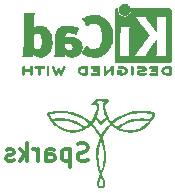
<source format=gbo>
%TF.GenerationSoftware,KiCad,Pcbnew,8.0.8*%
%TF.CreationDate,2025-02-25T13:10:29+05:30*%
%TF.ProjectId,led_torch,6c65645f-746f-4726-9368-2e6b69636164,rev?*%
%TF.SameCoordinates,Original*%
%TF.FileFunction,Legend,Bot*%
%TF.FilePolarity,Positive*%
%FSLAX46Y46*%
G04 Gerber Fmt 4.6, Leading zero omitted, Abs format (unit mm)*
G04 Created by KiCad (PCBNEW 8.0.8) date 2025-02-25 13:10:29*
%MOMM*%
%LPD*%
G01*
G04 APERTURE LIST*
%ADD10C,0.300000*%
%ADD11C,0.000000*%
%ADD12C,0.010000*%
G04 APERTURE END LIST*
D10*
X155464285Y-143006900D02*
X155250000Y-143078328D01*
X155250000Y-143078328D02*
X154892857Y-143078328D01*
X154892857Y-143078328D02*
X154750000Y-143006900D01*
X154750000Y-143006900D02*
X154678571Y-142935471D01*
X154678571Y-142935471D02*
X154607142Y-142792614D01*
X154607142Y-142792614D02*
X154607142Y-142649757D01*
X154607142Y-142649757D02*
X154678571Y-142506900D01*
X154678571Y-142506900D02*
X154750000Y-142435471D01*
X154750000Y-142435471D02*
X154892857Y-142364042D01*
X154892857Y-142364042D02*
X155178571Y-142292614D01*
X155178571Y-142292614D02*
X155321428Y-142221185D01*
X155321428Y-142221185D02*
X155392857Y-142149757D01*
X155392857Y-142149757D02*
X155464285Y-142006900D01*
X155464285Y-142006900D02*
X155464285Y-141864042D01*
X155464285Y-141864042D02*
X155392857Y-141721185D01*
X155392857Y-141721185D02*
X155321428Y-141649757D01*
X155321428Y-141649757D02*
X155178571Y-141578328D01*
X155178571Y-141578328D02*
X154821428Y-141578328D01*
X154821428Y-141578328D02*
X154607142Y-141649757D01*
X153964286Y-142078328D02*
X153964286Y-143578328D01*
X153964286Y-142149757D02*
X153821429Y-142078328D01*
X153821429Y-142078328D02*
X153535714Y-142078328D01*
X153535714Y-142078328D02*
X153392857Y-142149757D01*
X153392857Y-142149757D02*
X153321429Y-142221185D01*
X153321429Y-142221185D02*
X153250000Y-142364042D01*
X153250000Y-142364042D02*
X153250000Y-142792614D01*
X153250000Y-142792614D02*
X153321429Y-142935471D01*
X153321429Y-142935471D02*
X153392857Y-143006900D01*
X153392857Y-143006900D02*
X153535714Y-143078328D01*
X153535714Y-143078328D02*
X153821429Y-143078328D01*
X153821429Y-143078328D02*
X153964286Y-143006900D01*
X151964286Y-143078328D02*
X151964286Y-142292614D01*
X151964286Y-142292614D02*
X152035714Y-142149757D01*
X152035714Y-142149757D02*
X152178571Y-142078328D01*
X152178571Y-142078328D02*
X152464286Y-142078328D01*
X152464286Y-142078328D02*
X152607143Y-142149757D01*
X151964286Y-143006900D02*
X152107143Y-143078328D01*
X152107143Y-143078328D02*
X152464286Y-143078328D01*
X152464286Y-143078328D02*
X152607143Y-143006900D01*
X152607143Y-143006900D02*
X152678571Y-142864042D01*
X152678571Y-142864042D02*
X152678571Y-142721185D01*
X152678571Y-142721185D02*
X152607143Y-142578328D01*
X152607143Y-142578328D02*
X152464286Y-142506900D01*
X152464286Y-142506900D02*
X152107143Y-142506900D01*
X152107143Y-142506900D02*
X151964286Y-142435471D01*
X151250000Y-143078328D02*
X151250000Y-142078328D01*
X151250000Y-142364042D02*
X151178571Y-142221185D01*
X151178571Y-142221185D02*
X151107143Y-142149757D01*
X151107143Y-142149757D02*
X150964285Y-142078328D01*
X150964285Y-142078328D02*
X150821428Y-142078328D01*
X150321429Y-143078328D02*
X150321429Y-141578328D01*
X150178572Y-142506900D02*
X149750000Y-143078328D01*
X149750000Y-142078328D02*
X150321429Y-142649757D01*
X149178571Y-143006900D02*
X149035714Y-143078328D01*
X149035714Y-143078328D02*
X148750000Y-143078328D01*
X148750000Y-143078328D02*
X148607143Y-143006900D01*
X148607143Y-143006900D02*
X148535714Y-142864042D01*
X148535714Y-142864042D02*
X148535714Y-142792614D01*
X148535714Y-142792614D02*
X148607143Y-142649757D01*
X148607143Y-142649757D02*
X148750000Y-142578328D01*
X148750000Y-142578328D02*
X148964286Y-142578328D01*
X148964286Y-142578328D02*
X149107143Y-142506900D01*
X149107143Y-142506900D02*
X149178571Y-142364042D01*
X149178571Y-142364042D02*
X149178571Y-142292614D01*
X149178571Y-142292614D02*
X149107143Y-142149757D01*
X149107143Y-142149757D02*
X148964286Y-142078328D01*
X148964286Y-142078328D02*
X148750000Y-142078328D01*
X148750000Y-142078328D02*
X148607143Y-142149757D01*
D11*
%TO.C,Sparks*%
G36*
X161126017Y-139247116D02*
G01*
X161046235Y-139401483D01*
X160951046Y-139565184D01*
X160851676Y-139718122D01*
X160850921Y-139719284D01*
X160756330Y-139844849D01*
X160542848Y-140069585D01*
X160213154Y-140326840D01*
X159853896Y-140515574D01*
X159472397Y-140633729D01*
X159075984Y-140679247D01*
X158671982Y-140650070D01*
X158267715Y-140544139D01*
X158261897Y-140542035D01*
X158010560Y-140435994D01*
X157797391Y-140307885D01*
X157755845Y-140274189D01*
X158202469Y-140274189D01*
X158215908Y-140298796D01*
X158285906Y-140342712D01*
X158397352Y-140388473D01*
X158407103Y-140391701D01*
X158564212Y-140429168D01*
X158766369Y-140458619D01*
X158982087Y-140475374D01*
X159034248Y-140477400D01*
X159215110Y-140479720D01*
X159354150Y-140469135D01*
X159481185Y-140441889D01*
X159626034Y-140394224D01*
X159777147Y-140334087D01*
X160140147Y-140135894D01*
X160449041Y-139882428D01*
X160613347Y-139718122D01*
X160460412Y-139684517D01*
X160384694Y-139674477D01*
X160236541Y-139666589D01*
X160051346Y-139664566D01*
X159852492Y-139669005D01*
X159649593Y-139680128D01*
X159442827Y-139702813D01*
X159260091Y-139739876D01*
X159070858Y-139796287D01*
X159015845Y-139815682D01*
X158845546Y-139885418D01*
X158667565Y-139969700D01*
X158498085Y-140059624D01*
X158353288Y-140146283D01*
X158249355Y-140220774D01*
X158202469Y-140274189D01*
X157755845Y-140274189D01*
X157583559Y-140134457D01*
X157470857Y-140033302D01*
X157253449Y-140270685D01*
X157241041Y-140284381D01*
X157128575Y-140419552D01*
X157012545Y-140575212D01*
X156903659Y-140734994D01*
X156812625Y-140882532D01*
X156750151Y-141001457D01*
X156726947Y-141075403D01*
X156735964Y-141124442D01*
X156764890Y-141229183D01*
X156806824Y-141360917D01*
X156851244Y-141502524D01*
X156959935Y-141996270D01*
X157006065Y-142504740D01*
X157005167Y-142532839D01*
X156989856Y-143011862D01*
X156911525Y-143501562D01*
X156771294Y-143957770D01*
X156692137Y-144158595D01*
X156792157Y-144446204D01*
X156844657Y-144616598D01*
X156888838Y-144796309D01*
X156913658Y-144941930D01*
X156919857Y-145010167D01*
X156919564Y-145039229D01*
X156918821Y-145112845D01*
X156891467Y-145184199D01*
X156829283Y-145255903D01*
X156819319Y-145265574D01*
X156731754Y-145327818D01*
X156663787Y-145338871D01*
X156634609Y-145332420D01*
X156628317Y-145355095D01*
X156634534Y-145365981D01*
X156634361Y-145390564D01*
X156584891Y-145382174D01*
X156475327Y-145339726D01*
X156443730Y-145324897D01*
X156336636Y-145233571D01*
X156280798Y-145096631D01*
X156279952Y-145063823D01*
X156431061Y-145063823D01*
X156451631Y-145139006D01*
X156535065Y-145188104D01*
X156640850Y-145187759D01*
X156727405Y-145136489D01*
X156731646Y-145130835D01*
X156756996Y-145039229D01*
X156752441Y-144900678D01*
X156720557Y-144738012D01*
X156663922Y-144574060D01*
X156599162Y-144424891D01*
X156546585Y-144543582D01*
X156515674Y-144620461D01*
X156466605Y-144782463D01*
X156437226Y-144937613D01*
X156431061Y-145063823D01*
X156279952Y-145063823D01*
X156275989Y-144910221D01*
X156321982Y-144670482D01*
X156418551Y-144373559D01*
X156453031Y-144276588D01*
X156474790Y-144183270D01*
X156468440Y-144105803D01*
X156435525Y-144011198D01*
X156353445Y-143769460D01*
X156274008Y-143451265D01*
X156215015Y-143116253D01*
X156183287Y-142797252D01*
X156179475Y-142684490D01*
X156180741Y-142657888D01*
X156371392Y-142657888D01*
X156380383Y-142885853D01*
X156407227Y-143158073D01*
X156446784Y-143402959D01*
X156464014Y-143483486D01*
X156501838Y-143642999D01*
X156536491Y-143768514D01*
X156562174Y-143838161D01*
X156588919Y-143877161D01*
X156614148Y-143868522D01*
X156647468Y-143792791D01*
X156721636Y-143551064D01*
X156785593Y-143224811D01*
X156823372Y-142875816D01*
X156832019Y-142532839D01*
X156808578Y-142224640D01*
X156787664Y-142089237D01*
X156749320Y-141877367D01*
X156708651Y-141688503D01*
X156669039Y-141536475D01*
X156633866Y-141435115D01*
X156606514Y-141398255D01*
X156582688Y-141413213D01*
X156542109Y-141492729D01*
X156500632Y-141628382D01*
X156460875Y-141806151D01*
X156425454Y-142012009D01*
X156396989Y-142231934D01*
X156378095Y-142451902D01*
X156371392Y-142657888D01*
X156180741Y-142657888D01*
X156200901Y-142234359D01*
X156275212Y-141777480D01*
X156397107Y-141349741D01*
X156420519Y-141283926D01*
X156458205Y-141166505D01*
X156470493Y-141088654D01*
X156459165Y-141025983D01*
X156426002Y-140954102D01*
X156332827Y-140792389D01*
X156198668Y-140589777D01*
X156049802Y-140386806D01*
X155906925Y-140213024D01*
X155749886Y-140036671D01*
X155476812Y-140236779D01*
X155407050Y-140284321D01*
X155374868Y-140306253D01*
X155131016Y-140444424D01*
X154887227Y-140551144D01*
X154843780Y-140566624D01*
X154683243Y-140617464D01*
X154539563Y-140647300D01*
X154380816Y-140661201D01*
X154175078Y-140664239D01*
X153806907Y-140636991D01*
X153432755Y-140543643D01*
X153081137Y-140379750D01*
X152740291Y-140141023D01*
X152678432Y-140086522D01*
X152548038Y-139950430D01*
X152416451Y-139789514D01*
X152352630Y-139701064D01*
X152609804Y-139701064D01*
X152689593Y-139813117D01*
X152714444Y-139844201D01*
X152831079Y-139953900D01*
X152993080Y-140075478D01*
X153179525Y-140195173D01*
X153369491Y-140299222D01*
X153542056Y-140373862D01*
X153848325Y-140450317D01*
X154212459Y-140474423D01*
X154579403Y-140434896D01*
X154926791Y-140332404D01*
X155045483Y-140284321D01*
X154946573Y-140203793D01*
X154935058Y-140194705D01*
X154809196Y-140112344D01*
X154635008Y-140016939D01*
X154435883Y-139919964D01*
X154235213Y-139832889D01*
X154056386Y-139767186D01*
X153985953Y-139748210D01*
X153802960Y-139714780D01*
X153579510Y-139687520D01*
X153339246Y-139668121D01*
X153105814Y-139658275D01*
X152902857Y-139659674D01*
X152754020Y-139674009D01*
X152609804Y-139701064D01*
X152352630Y-139701064D01*
X152291187Y-139615910D01*
X152179764Y-139441757D01*
X152089698Y-139279193D01*
X152028505Y-139140356D01*
X152023772Y-139120706D01*
X152265451Y-139120706D01*
X152266954Y-139138249D01*
X152293116Y-139209949D01*
X152340910Y-139315294D01*
X152429209Y-139497041D01*
X152965851Y-139472686D01*
X153350056Y-139468686D01*
X153760737Y-139504098D01*
X154136078Y-139587209D01*
X154494000Y-139722205D01*
X154852420Y-139913269D01*
X154973855Y-139987733D01*
X155089888Y-140060922D01*
X155164174Y-140110161D01*
X155180857Y-140121487D01*
X155234480Y-140141723D01*
X155295485Y-140123287D01*
X155390653Y-140060281D01*
X155433392Y-140027558D01*
X155508730Y-139957176D01*
X155539018Y-139908236D01*
X155538052Y-139898588D01*
X155523228Y-139875531D01*
X155896106Y-139875531D01*
X155896747Y-139878353D01*
X155916149Y-139908236D01*
X155927904Y-139926341D01*
X155996570Y-140014263D01*
X156089820Y-140125445D01*
X156192160Y-140251135D01*
X156327230Y-140432466D01*
X156441329Y-140601183D01*
X156599123Y-140852553D01*
X156782694Y-140568781D01*
X156791979Y-140554532D01*
X156907661Y-140388778D01*
X157034521Y-140223352D01*
X157146725Y-140092083D01*
X157327184Y-139899157D01*
X157321722Y-139891219D01*
X157636916Y-139891219D01*
X157640308Y-139899157D01*
X157644916Y-139909941D01*
X157697998Y-139971840D01*
X157784404Y-140050204D01*
X157834348Y-140090237D01*
X157912651Y-140147547D01*
X157952550Y-140168731D01*
X157961886Y-140164567D01*
X158023994Y-140127563D01*
X158128714Y-140060765D01*
X158259743Y-139974486D01*
X158359174Y-139910572D01*
X158767298Y-139698277D01*
X159195301Y-139556076D01*
X159652753Y-139481422D01*
X160149221Y-139471771D01*
X160334016Y-139481258D01*
X160500155Y-139493013D01*
X160623248Y-139505263D01*
X160685274Y-139516504D01*
X160703882Y-139520431D01*
X160763163Y-139488531D01*
X160833639Y-139386185D01*
X160855989Y-139344467D01*
X160902286Y-139241603D01*
X160920716Y-139173199D01*
X160920604Y-139170777D01*
X160879444Y-139128530D01*
X160773012Y-139092616D01*
X160614275Y-139063772D01*
X160416198Y-139042736D01*
X160191750Y-139030245D01*
X159953897Y-139027036D01*
X159715605Y-139033846D01*
X159489842Y-139051411D01*
X159289574Y-139080471D01*
X159273146Y-139083707D01*
X159083309Y-139129683D01*
X158868720Y-139193163D01*
X158672733Y-139261430D01*
X158563576Y-139308190D01*
X158401891Y-139388082D01*
X158226596Y-139483321D01*
X158051717Y-139585378D01*
X157891282Y-139685725D01*
X157759319Y-139775834D01*
X157669854Y-139847175D01*
X157636916Y-139891219D01*
X157321722Y-139891219D01*
X157198397Y-139711972D01*
X157069610Y-139524786D01*
X156835247Y-139774127D01*
X156600884Y-140023468D01*
X156371513Y-139771220D01*
X156326333Y-139722253D01*
X156228927Y-139622106D01*
X156157950Y-139556856D01*
X156126324Y-139538754D01*
X156118178Y-139549010D01*
X156043702Y-139647675D01*
X155971784Y-139749730D01*
X155917545Y-139833055D01*
X155896106Y-139875531D01*
X155523228Y-139875531D01*
X155493144Y-139828739D01*
X155390373Y-139737048D01*
X155242342Y-139631400D01*
X155061659Y-139519678D01*
X154860929Y-139409769D01*
X154652758Y-139309555D01*
X154449750Y-139226923D01*
X154217498Y-139151492D01*
X153714250Y-139046582D01*
X153185981Y-139014310D01*
X153128294Y-139015326D01*
X152956755Y-139023684D01*
X152771609Y-139038579D01*
X152591380Y-139057870D01*
X152434595Y-139079416D01*
X152319776Y-139101075D01*
X152265451Y-139120706D01*
X152023772Y-139120706D01*
X152003702Y-139037383D01*
X152022806Y-138982413D01*
X152027611Y-138979831D01*
X152101416Y-138956673D01*
X152232763Y-138926841D01*
X152403393Y-138893703D01*
X152595045Y-138860624D01*
X152789460Y-138830969D01*
X152968380Y-138808105D01*
X152985906Y-138806328D01*
X153188420Y-138801292D01*
X153439357Y-138815688D01*
X153713889Y-138846771D01*
X153987187Y-138891797D01*
X154234423Y-138948024D01*
X154360449Y-138986077D01*
X154651974Y-139097356D01*
X154955415Y-139239115D01*
X155240807Y-139396717D01*
X155478184Y-139555526D01*
X155546353Y-139606185D01*
X155653727Y-139676473D01*
X155722647Y-139702234D01*
X155766464Y-139689679D01*
X155768001Y-139688390D01*
X155848868Y-139590903D01*
X155939054Y-139436223D01*
X156030629Y-139243935D01*
X156115660Y-139033622D01*
X156186217Y-138824869D01*
X156234368Y-138637259D01*
X156252180Y-138490377D01*
X156251871Y-138470093D01*
X156236778Y-138388597D01*
X156188093Y-138340662D01*
X156090797Y-138317988D01*
X155929868Y-138312274D01*
X155732718Y-138312274D01*
X155843300Y-138158435D01*
X155917552Y-138076140D01*
X156198161Y-138076140D01*
X156219042Y-138110027D01*
X156299526Y-138167744D01*
X156314820Y-138178188D01*
X156390116Y-138243604D01*
X156427103Y-138322521D01*
X156442501Y-138447677D01*
X156443548Y-138503194D01*
X156417253Y-138718480D01*
X156346770Y-138991920D01*
X156238755Y-139344042D01*
X156411961Y-139520525D01*
X156495613Y-139603015D01*
X156570624Y-139670935D01*
X156608255Y-139697009D01*
X156637114Y-139678268D01*
X156707207Y-139616136D01*
X156799594Y-139525575D01*
X156967843Y-139354142D01*
X156870767Y-139056756D01*
X156806824Y-138842174D01*
X156750111Y-138568654D01*
X156741596Y-138356091D01*
X156781173Y-138203482D01*
X156843138Y-138083655D01*
X156668613Y-138039709D01*
X156644987Y-138033864D01*
X156473448Y-138001605D01*
X156348435Y-138002966D01*
X156247470Y-138037848D01*
X156229532Y-138047739D01*
X156198161Y-138076140D01*
X155917552Y-138076140D01*
X156019686Y-137962943D01*
X156216656Y-137841335D01*
X156432219Y-137796577D01*
X156666569Y-137828593D01*
X156690761Y-137835162D01*
X156868200Y-137864143D01*
X157030210Y-137862529D01*
X157135744Y-137853343D01*
X157193458Y-137868560D01*
X157221194Y-137915687D01*
X157223731Y-137958341D01*
X157184077Y-138040110D01*
X157085045Y-138151995D01*
X157019760Y-138223392D01*
X156951609Y-138316940D01*
X156925453Y-138381511D01*
X156946462Y-138564727D01*
X157002508Y-138793858D01*
X157084585Y-139040992D01*
X157183713Y-139282003D01*
X157220406Y-139354142D01*
X157290915Y-139492761D01*
X157397210Y-139649140D01*
X157474130Y-139739744D01*
X157723669Y-139555794D01*
X157995108Y-139375333D01*
X158420915Y-139152698D01*
X158870120Y-138979766D01*
X159315755Y-138868185D01*
X159476087Y-138846110D01*
X159707416Y-138829858D01*
X159957170Y-138825939D01*
X160213161Y-138833197D01*
X160463204Y-138850476D01*
X160695112Y-138876619D01*
X160896698Y-138910471D01*
X161055777Y-138950876D01*
X161160161Y-138996677D01*
X161197663Y-139046718D01*
X161179923Y-139121018D01*
X161157616Y-139173199D01*
X161126017Y-139247116D01*
G37*
D12*
%TO.C,REF\u002A\u002A*%
X152065406Y-135034949D02*
X152091127Y-135050647D01*
X152117778Y-135072227D01*
X152117778Y-135719684D01*
X152091127Y-135741264D01*
X152059767Y-135758739D01*
X152023966Y-135759575D01*
X151992528Y-135739082D01*
X151988652Y-135734416D01*
X151983186Y-135724949D01*
X151978979Y-135711267D01*
X151975867Y-135690748D01*
X151973687Y-135660768D01*
X151972276Y-135618704D01*
X151971471Y-135561932D01*
X151971107Y-135487830D01*
X151971022Y-135393773D01*
X151971022Y-135072227D01*
X151997673Y-135050647D01*
X152021386Y-135035877D01*
X152044400Y-135029067D01*
X152065406Y-135034949D01*
G36*
X152065406Y-135034949D02*
G01*
X152091127Y-135050647D01*
X152117778Y-135072227D01*
X152117778Y-135719684D01*
X152091127Y-135741264D01*
X152059767Y-135758739D01*
X152023966Y-135759575D01*
X151992528Y-135739082D01*
X151988652Y-135734416D01*
X151983186Y-135724949D01*
X151978979Y-135711267D01*
X151975867Y-135690748D01*
X151973687Y-135660768D01*
X151972276Y-135618704D01*
X151971471Y-135561932D01*
X151971107Y-135487830D01*
X151971022Y-135393773D01*
X151971022Y-135072227D01*
X151997673Y-135050647D01*
X152021386Y-135035877D01*
X152044400Y-135029067D01*
X152065406Y-135034949D01*
G37*
X159196137Y-135033463D02*
X159230291Y-135056776D01*
X159258000Y-135084485D01*
X159258000Y-135397537D01*
X159257959Y-135481567D01*
X159257701Y-135555789D01*
X159257030Y-135612541D01*
X159255752Y-135654512D01*
X159253673Y-135684389D01*
X159250599Y-135704861D01*
X159246334Y-135718614D01*
X159240684Y-135728337D01*
X159233455Y-135736717D01*
X159201991Y-135758181D01*
X159166826Y-135759947D01*
X159133822Y-135740267D01*
X159128516Y-135734398D01*
X159123066Y-135725314D01*
X159118900Y-135711973D01*
X159115846Y-135691757D01*
X159113732Y-135662049D01*
X159112386Y-135620232D01*
X159111638Y-135563689D01*
X159111314Y-135489802D01*
X159111245Y-135395956D01*
X159111284Y-135320294D01*
X159111539Y-135242385D01*
X159112183Y-135182375D01*
X159113387Y-135137648D01*
X159115324Y-135105585D01*
X159118164Y-135083571D01*
X159122079Y-135068987D01*
X159127242Y-135059218D01*
X159133822Y-135051645D01*
X159163006Y-135032623D01*
X159196137Y-135033463D01*
G36*
X159196137Y-135033463D02*
G01*
X159230291Y-135056776D01*
X159258000Y-135084485D01*
X159258000Y-135397537D01*
X159257959Y-135481567D01*
X159257701Y-135555789D01*
X159257030Y-135612541D01*
X159255752Y-135654512D01*
X159253673Y-135684389D01*
X159250599Y-135704861D01*
X159246334Y-135718614D01*
X159240684Y-135728337D01*
X159233455Y-135736717D01*
X159201991Y-135758181D01*
X159166826Y-135759947D01*
X159133822Y-135740267D01*
X159128516Y-135734398D01*
X159123066Y-135725314D01*
X159118900Y-135711973D01*
X159115846Y-135691757D01*
X159113732Y-135662049D01*
X159112386Y-135620232D01*
X159111638Y-135563689D01*
X159111314Y-135489802D01*
X159111245Y-135395956D01*
X159111284Y-135320294D01*
X159111539Y-135242385D01*
X159112183Y-135182375D01*
X159113387Y-135137648D01*
X159115324Y-135105585D01*
X159118164Y-135083571D01*
X159122079Y-135068987D01*
X159127242Y-135059218D01*
X159133822Y-135051645D01*
X159163006Y-135032623D01*
X159196137Y-135033463D01*
G37*
X158664562Y-129792850D02*
X158747313Y-129820053D01*
X158822406Y-129865484D01*
X158894298Y-129931302D01*
X158932846Y-129975567D01*
X158972256Y-130033961D01*
X158997446Y-130094586D01*
X159010861Y-130163865D01*
X159014948Y-130248222D01*
X159014669Y-130294307D01*
X159012460Y-130335450D01*
X159006894Y-130367582D01*
X158996586Y-130398122D01*
X158980148Y-130434489D01*
X158966200Y-130461728D01*
X158907665Y-130547429D01*
X158835619Y-130616617D01*
X158751947Y-130667741D01*
X158658531Y-130699250D01*
X158625434Y-130706225D01*
X158584960Y-130713094D01*
X158551999Y-130714919D01*
X158517698Y-130711947D01*
X158473200Y-130704426D01*
X158421934Y-130692002D01*
X158331434Y-130654112D01*
X158252345Y-130599836D01*
X158186528Y-130531770D01*
X158135840Y-130452511D01*
X158102140Y-130364654D01*
X158087286Y-130270795D01*
X158093136Y-130173530D01*
X158119399Y-130077220D01*
X158164418Y-129988494D01*
X158225373Y-129913419D01*
X158300184Y-129853641D01*
X158386768Y-129810809D01*
X158483043Y-129786571D01*
X158586928Y-129782576D01*
X158664562Y-129792850D01*
G36*
X158664562Y-129792850D02*
G01*
X158747313Y-129820053D01*
X158822406Y-129865484D01*
X158894298Y-129931302D01*
X158932846Y-129975567D01*
X158972256Y-130033961D01*
X158997446Y-130094586D01*
X159010861Y-130163865D01*
X159014948Y-130248222D01*
X159014669Y-130294307D01*
X159012460Y-130335450D01*
X159006894Y-130367582D01*
X158996586Y-130398122D01*
X158980148Y-130434489D01*
X158966200Y-130461728D01*
X158907665Y-130547429D01*
X158835619Y-130616617D01*
X158751947Y-130667741D01*
X158658531Y-130699250D01*
X158625434Y-130706225D01*
X158584960Y-130713094D01*
X158551999Y-130714919D01*
X158517698Y-130711947D01*
X158473200Y-130704426D01*
X158421934Y-130692002D01*
X158331434Y-130654112D01*
X158252345Y-130599836D01*
X158186528Y-130531770D01*
X158135840Y-130452511D01*
X158102140Y-130364654D01*
X158087286Y-130270795D01*
X158093136Y-130173530D01*
X158119399Y-130077220D01*
X158164418Y-129988494D01*
X158225373Y-129913419D01*
X158300184Y-129853641D01*
X158386768Y-129810809D01*
X158483043Y-129786571D01*
X158586928Y-129782576D01*
X158664562Y-129792850D01*
G37*
X151365767Y-135029068D02*
X151459890Y-135029158D01*
X151534405Y-135029498D01*
X151591811Y-135030239D01*
X151634611Y-135031535D01*
X151665304Y-135033537D01*
X151686391Y-135036396D01*
X151700373Y-135040266D01*
X151709750Y-135045298D01*
X151717022Y-135051645D01*
X151735828Y-135084362D01*
X151737275Y-135121939D01*
X151720917Y-135155178D01*
X151719557Y-135156631D01*
X151708354Y-135164992D01*
X151691252Y-135170547D01*
X151664082Y-135173840D01*
X151622678Y-135175418D01*
X151562873Y-135175822D01*
X151423511Y-135175822D01*
X151423511Y-135439589D01*
X151423436Y-135515417D01*
X151423028Y-135582083D01*
X151422046Y-135631867D01*
X151420250Y-135667784D01*
X151417399Y-135692850D01*
X151413253Y-135710081D01*
X151407571Y-135722492D01*
X151400114Y-135733100D01*
X151397824Y-135735906D01*
X151366646Y-135758548D01*
X151332266Y-135760112D01*
X151299334Y-135740267D01*
X151292355Y-135732191D01*
X151286883Y-135721593D01*
X151282863Y-135705749D01*
X151280072Y-135681773D01*
X151278288Y-135646774D01*
X151277289Y-135597864D01*
X151276852Y-135532154D01*
X151276756Y-135446756D01*
X151276756Y-135175822D01*
X151130820Y-135175822D01*
X151119720Y-135175821D01*
X151063202Y-135175596D01*
X151024358Y-135174457D01*
X150998965Y-135171657D01*
X150982804Y-135166450D01*
X150971652Y-135158089D01*
X150961289Y-135145826D01*
X150945441Y-135115138D01*
X150948543Y-135081358D01*
X150974187Y-135048822D01*
X150979129Y-135045105D01*
X150989338Y-135040269D01*
X151004764Y-135036506D01*
X151027886Y-135033683D01*
X151061183Y-135031670D01*
X151107137Y-135030333D01*
X151168228Y-135029542D01*
X151246935Y-135029163D01*
X151345740Y-135029067D01*
X151365767Y-135029068D01*
G36*
X151365767Y-135029068D02*
G01*
X151459890Y-135029158D01*
X151534405Y-135029498D01*
X151591811Y-135030239D01*
X151634611Y-135031535D01*
X151665304Y-135033537D01*
X151686391Y-135036396D01*
X151700373Y-135040266D01*
X151709750Y-135045298D01*
X151717022Y-135051645D01*
X151735828Y-135084362D01*
X151737275Y-135121939D01*
X151720917Y-135155178D01*
X151719557Y-135156631D01*
X151708354Y-135164992D01*
X151691252Y-135170547D01*
X151664082Y-135173840D01*
X151622678Y-135175418D01*
X151562873Y-135175822D01*
X151423511Y-135175822D01*
X151423511Y-135439589D01*
X151423436Y-135515417D01*
X151423028Y-135582083D01*
X151422046Y-135631867D01*
X151420250Y-135667784D01*
X151417399Y-135692850D01*
X151413253Y-135710081D01*
X151407571Y-135722492D01*
X151400114Y-135733100D01*
X151397824Y-135735906D01*
X151366646Y-135758548D01*
X151332266Y-135760112D01*
X151299334Y-135740267D01*
X151292355Y-135732191D01*
X151286883Y-135721593D01*
X151282863Y-135705749D01*
X151280072Y-135681773D01*
X151278288Y-135646774D01*
X151277289Y-135597864D01*
X151276852Y-135532154D01*
X151276756Y-135446756D01*
X151276756Y-135175822D01*
X151130820Y-135175822D01*
X151119720Y-135175821D01*
X151063202Y-135175596D01*
X151024358Y-135174457D01*
X150998965Y-135171657D01*
X150982804Y-135166450D01*
X150971652Y-135158089D01*
X150961289Y-135145826D01*
X150945441Y-135115138D01*
X150948543Y-135081358D01*
X150974187Y-135048822D01*
X150979129Y-135045105D01*
X150989338Y-135040269D01*
X151004764Y-135036506D01*
X151027886Y-135033683D01*
X151061183Y-135031670D01*
X151107137Y-135030333D01*
X151168228Y-135029542D01*
X151246935Y-135029163D01*
X151345740Y-135029067D01*
X151365767Y-135029068D01*
G37*
X150689734Y-135051645D02*
X150695366Y-135057835D01*
X150700456Y-135066041D01*
X150704543Y-135077817D01*
X150707721Y-135095276D01*
X150710087Y-135120530D01*
X150711738Y-135155690D01*
X150712769Y-135202869D01*
X150713277Y-135264177D01*
X150713359Y-135341727D01*
X150713109Y-135437631D01*
X150712625Y-135554000D01*
X150712557Y-135568175D01*
X150711971Y-135629937D01*
X150710648Y-135673620D01*
X150708103Y-135703001D01*
X150703848Y-135721855D01*
X150697396Y-135733959D01*
X150688262Y-135743089D01*
X150654804Y-135760506D01*
X150619856Y-135757604D01*
X150588953Y-135733100D01*
X150579944Y-135719897D01*
X150572492Y-135701361D01*
X150568124Y-135675333D01*
X150566069Y-135636787D01*
X150565556Y-135580700D01*
X150565556Y-135458045D01*
X150068845Y-135458045D01*
X150068845Y-135592871D01*
X150068772Y-135628662D01*
X150068009Y-135674992D01*
X150065833Y-135705526D01*
X150061536Y-135724557D01*
X150054412Y-135736374D01*
X150043755Y-135745271D01*
X150011504Y-135760341D01*
X149976217Y-135757673D01*
X149945486Y-135733100D01*
X149940831Y-135726845D01*
X149934895Y-135716321D01*
X149930364Y-135702391D01*
X149927048Y-135682317D01*
X149924759Y-135653360D01*
X149923308Y-135612780D01*
X149922505Y-135557840D01*
X149922162Y-135485799D01*
X149922089Y-135393920D01*
X149922089Y-135084485D01*
X149949798Y-135056776D01*
X149981177Y-135034533D01*
X150014406Y-135031844D01*
X150046267Y-135051645D01*
X150054553Y-135061415D01*
X150061965Y-135077307D01*
X150066302Y-135101275D01*
X150068338Y-135138148D01*
X150068845Y-135192756D01*
X150068845Y-135311289D01*
X150565556Y-135311289D01*
X150565556Y-135195776D01*
X150565994Y-135144078D01*
X150567958Y-135109554D01*
X150572474Y-135086978D01*
X150580567Y-135071126D01*
X150593265Y-135056776D01*
X150624643Y-135034533D01*
X150657872Y-135031844D01*
X150689734Y-135051645D01*
G36*
X150689734Y-135051645D02*
G01*
X150695366Y-135057835D01*
X150700456Y-135066041D01*
X150704543Y-135077817D01*
X150707721Y-135095276D01*
X150710087Y-135120530D01*
X150711738Y-135155690D01*
X150712769Y-135202869D01*
X150713277Y-135264177D01*
X150713359Y-135341727D01*
X150713109Y-135437631D01*
X150712625Y-135554000D01*
X150712557Y-135568175D01*
X150711971Y-135629937D01*
X150710648Y-135673620D01*
X150708103Y-135703001D01*
X150703848Y-135721855D01*
X150697396Y-135733959D01*
X150688262Y-135743089D01*
X150654804Y-135760506D01*
X150619856Y-135757604D01*
X150588953Y-135733100D01*
X150579944Y-135719897D01*
X150572492Y-135701361D01*
X150568124Y-135675333D01*
X150566069Y-135636787D01*
X150565556Y-135580700D01*
X150565556Y-135458045D01*
X150068845Y-135458045D01*
X150068845Y-135592871D01*
X150068772Y-135628662D01*
X150068009Y-135674992D01*
X150065833Y-135705526D01*
X150061536Y-135724557D01*
X150054412Y-135736374D01*
X150043755Y-135745271D01*
X150011504Y-135760341D01*
X149976217Y-135757673D01*
X149945486Y-135733100D01*
X149940831Y-135726845D01*
X149934895Y-135716321D01*
X149930364Y-135702391D01*
X149927048Y-135682317D01*
X149924759Y-135653360D01*
X149923308Y-135612780D01*
X149922505Y-135557840D01*
X149922162Y-135485799D01*
X149922089Y-135393920D01*
X149922089Y-135084485D01*
X149949798Y-135056776D01*
X149981177Y-135034533D01*
X150014406Y-135031844D01*
X150046267Y-135051645D01*
X150054553Y-135061415D01*
X150061965Y-135077307D01*
X150066302Y-135101275D01*
X150068338Y-135138148D01*
X150068845Y-135192756D01*
X150068845Y-135311289D01*
X150565556Y-135311289D01*
X150565556Y-135195776D01*
X150565994Y-135144078D01*
X150567958Y-135109554D01*
X150572474Y-135086978D01*
X150580567Y-135071126D01*
X150593265Y-135056776D01*
X150624643Y-135034533D01*
X150657872Y-135031844D01*
X150689734Y-135051645D01*
G37*
X155395133Y-135640396D02*
X155393163Y-135673175D01*
X155390235Y-135696095D01*
X155386158Y-135711897D01*
X155380743Y-135723319D01*
X155373803Y-135733100D01*
X155350406Y-135762845D01*
X155184714Y-135762251D01*
X155149918Y-135761953D01*
X155051435Y-135758522D01*
X154970473Y-135750839D01*
X154903379Y-135738282D01*
X154846496Y-135720227D01*
X154796169Y-135696052D01*
X154792810Y-135694135D01*
X154734998Y-135657417D01*
X154692644Y-135620451D01*
X154659828Y-135576966D01*
X154630628Y-135520689D01*
X154626346Y-135511073D01*
X154603769Y-135447887D01*
X154598034Y-135402333D01*
X154747279Y-135402333D01*
X154752892Y-135427061D01*
X154758618Y-135442939D01*
X154791548Y-135502847D01*
X154838886Y-135548600D01*
X154902652Y-135581736D01*
X154984861Y-135603790D01*
X154987655Y-135604292D01*
X155033940Y-135610255D01*
X155090336Y-135614483D01*
X155145274Y-135616089D01*
X155239156Y-135616089D01*
X155239156Y-135175822D01*
X155151667Y-135176270D01*
X155084747Y-135178746D01*
X154992349Y-135189998D01*
X154913034Y-135209537D01*
X154851060Y-135236511D01*
X154820120Y-135257240D01*
X154792000Y-135287006D01*
X154768660Y-135329434D01*
X154761533Y-135345400D01*
X154749709Y-135377902D01*
X154747279Y-135402333D01*
X154598034Y-135402333D01*
X154596797Y-135392509D01*
X154605399Y-135337483D01*
X154629541Y-135275351D01*
X154630337Y-135273658D01*
X154670788Y-135204236D01*
X154721473Y-135147638D01*
X154784198Y-135103070D01*
X154860774Y-135069741D01*
X154953009Y-135046861D01*
X155062712Y-135033636D01*
X155191691Y-135029275D01*
X155195263Y-135029270D01*
X155255283Y-135029410D01*
X155297214Y-135030446D01*
X155325328Y-135033040D01*
X155343897Y-135037853D01*
X155357194Y-135045544D01*
X155369491Y-135056776D01*
X155397200Y-135084485D01*
X155397200Y-135393920D01*
X155397175Y-135455526D01*
X155396950Y-135534311D01*
X155396332Y-135595021D01*
X155395775Y-135616089D01*
X155395133Y-135640396D01*
G36*
X155395133Y-135640396D02*
G01*
X155393163Y-135673175D01*
X155390235Y-135696095D01*
X155386158Y-135711897D01*
X155380743Y-135723319D01*
X155373803Y-135733100D01*
X155350406Y-135762845D01*
X155184714Y-135762251D01*
X155149918Y-135761953D01*
X155051435Y-135758522D01*
X154970473Y-135750839D01*
X154903379Y-135738282D01*
X154846496Y-135720227D01*
X154796169Y-135696052D01*
X154792810Y-135694135D01*
X154734998Y-135657417D01*
X154692644Y-135620451D01*
X154659828Y-135576966D01*
X154630628Y-135520689D01*
X154626346Y-135511073D01*
X154603769Y-135447887D01*
X154598034Y-135402333D01*
X154747279Y-135402333D01*
X154752892Y-135427061D01*
X154758618Y-135442939D01*
X154791548Y-135502847D01*
X154838886Y-135548600D01*
X154902652Y-135581736D01*
X154984861Y-135603790D01*
X154987655Y-135604292D01*
X155033940Y-135610255D01*
X155090336Y-135614483D01*
X155145274Y-135616089D01*
X155239156Y-135616089D01*
X155239156Y-135175822D01*
X155151667Y-135176270D01*
X155084747Y-135178746D01*
X154992349Y-135189998D01*
X154913034Y-135209537D01*
X154851060Y-135236511D01*
X154820120Y-135257240D01*
X154792000Y-135287006D01*
X154768660Y-135329434D01*
X154761533Y-135345400D01*
X154749709Y-135377902D01*
X154747279Y-135402333D01*
X154598034Y-135402333D01*
X154596797Y-135392509D01*
X154605399Y-135337483D01*
X154629541Y-135275351D01*
X154630337Y-135273658D01*
X154670788Y-135204236D01*
X154721473Y-135147638D01*
X154784198Y-135103070D01*
X154860774Y-135069741D01*
X154953009Y-135046861D01*
X155062712Y-135033636D01*
X155191691Y-135029275D01*
X155195263Y-135029270D01*
X155255283Y-135029410D01*
X155297214Y-135030446D01*
X155325328Y-135033040D01*
X155343897Y-135037853D01*
X155357194Y-135045544D01*
X155369491Y-135056776D01*
X155397200Y-135084485D01*
X155397200Y-135393920D01*
X155397175Y-135455526D01*
X155396950Y-135534311D01*
X155396332Y-135595021D01*
X155395775Y-135616089D01*
X155395133Y-135640396D01*
G37*
X162486817Y-135214427D02*
X162486870Y-135295041D01*
X162486622Y-135395956D01*
X162486583Y-135471617D01*
X162486328Y-135549526D01*
X162485684Y-135609536D01*
X162484480Y-135654264D01*
X162482543Y-135686326D01*
X162479703Y-135708340D01*
X162475788Y-135722924D01*
X162470626Y-135732694D01*
X162464045Y-135740267D01*
X162457077Y-135746501D01*
X162444079Y-135753801D01*
X162424931Y-135758554D01*
X162395528Y-135761292D01*
X162351762Y-135762545D01*
X162289528Y-135762845D01*
X162240582Y-135762469D01*
X162133722Y-135758041D01*
X162044494Y-135747953D01*
X161969696Y-135731365D01*
X161906125Y-135707435D01*
X161850579Y-135675321D01*
X161799854Y-135634182D01*
X161793866Y-135628330D01*
X161756999Y-135579821D01*
X161725899Y-135519013D01*
X161704417Y-135454769D01*
X161699136Y-135416026D01*
X161846353Y-135416026D01*
X161864635Y-135466961D01*
X161894305Y-135512878D01*
X161941002Y-135555287D01*
X162002392Y-135585090D01*
X162081538Y-135604226D01*
X162083028Y-135604464D01*
X162131999Y-135610256D01*
X162190693Y-135614396D01*
X162246734Y-135616004D01*
X162339867Y-135616089D01*
X162339867Y-135175822D01*
X162263667Y-135175808D01*
X162260639Y-135175817D01*
X162209519Y-135177782D01*
X162149416Y-135182507D01*
X162092708Y-135189035D01*
X162042750Y-135198331D01*
X161967998Y-135224600D01*
X161910489Y-135263899D01*
X161868988Y-135316933D01*
X161847771Y-135368200D01*
X161846353Y-135416026D01*
X161699136Y-135416026D01*
X161696400Y-135395956D01*
X161697679Y-135374739D01*
X161709991Y-135317323D01*
X161732520Y-135257413D01*
X161761750Y-135203363D01*
X161794167Y-135163532D01*
X161813708Y-135146510D01*
X161868420Y-135107322D01*
X161928723Y-135077193D01*
X161997919Y-135055232D01*
X162079311Y-135040550D01*
X162176200Y-135032259D01*
X162291889Y-135029467D01*
X162331371Y-135029066D01*
X162377082Y-135028653D01*
X162412883Y-135030457D01*
X162439974Y-135036739D01*
X162459556Y-135049759D01*
X162472830Y-135071778D01*
X162480998Y-135105055D01*
X162485260Y-135151851D01*
X162485857Y-135175822D01*
X162486817Y-135214427D01*
G36*
X162486817Y-135214427D02*
G01*
X162486870Y-135295041D01*
X162486622Y-135395956D01*
X162486583Y-135471617D01*
X162486328Y-135549526D01*
X162485684Y-135609536D01*
X162484480Y-135654264D01*
X162482543Y-135686326D01*
X162479703Y-135708340D01*
X162475788Y-135722924D01*
X162470626Y-135732694D01*
X162464045Y-135740267D01*
X162457077Y-135746501D01*
X162444079Y-135753801D01*
X162424931Y-135758554D01*
X162395528Y-135761292D01*
X162351762Y-135762545D01*
X162289528Y-135762845D01*
X162240582Y-135762469D01*
X162133722Y-135758041D01*
X162044494Y-135747953D01*
X161969696Y-135731365D01*
X161906125Y-135707435D01*
X161850579Y-135675321D01*
X161799854Y-135634182D01*
X161793866Y-135628330D01*
X161756999Y-135579821D01*
X161725899Y-135519013D01*
X161704417Y-135454769D01*
X161699136Y-135416026D01*
X161846353Y-135416026D01*
X161864635Y-135466961D01*
X161894305Y-135512878D01*
X161941002Y-135555287D01*
X162002392Y-135585090D01*
X162081538Y-135604226D01*
X162083028Y-135604464D01*
X162131999Y-135610256D01*
X162190693Y-135614396D01*
X162246734Y-135616004D01*
X162339867Y-135616089D01*
X162339867Y-135175822D01*
X162263667Y-135175808D01*
X162260639Y-135175817D01*
X162209519Y-135177782D01*
X162149416Y-135182507D01*
X162092708Y-135189035D01*
X162042750Y-135198331D01*
X161967998Y-135224600D01*
X161910489Y-135263899D01*
X161868988Y-135316933D01*
X161847771Y-135368200D01*
X161846353Y-135416026D01*
X161699136Y-135416026D01*
X161696400Y-135395956D01*
X161697679Y-135374739D01*
X161709991Y-135317323D01*
X161732520Y-135257413D01*
X161761750Y-135203363D01*
X161794167Y-135163532D01*
X161813708Y-135146510D01*
X161868420Y-135107322D01*
X161928723Y-135077193D01*
X161997919Y-135055232D01*
X162079311Y-135040550D01*
X162176200Y-135032259D01*
X162291889Y-135029467D01*
X162331371Y-135029066D01*
X162377082Y-135028653D01*
X162412883Y-135030457D01*
X162439974Y-135036739D01*
X162459556Y-135049759D01*
X162472830Y-135071778D01*
X162480998Y-135105055D01*
X162485260Y-135151851D01*
X162485857Y-135175822D01*
X162486817Y-135214427D01*
G37*
X157541893Y-135027892D02*
X157553301Y-135034029D01*
X157563850Y-135044691D01*
X157575136Y-135058811D01*
X157579589Y-135064772D01*
X157585588Y-135075268D01*
X157590167Y-135089093D01*
X157593519Y-135108998D01*
X157595833Y-135137732D01*
X157597301Y-135178045D01*
X157598113Y-135232687D01*
X157598460Y-135304407D01*
X157598534Y-135395956D01*
X157598511Y-135454486D01*
X157598292Y-135533573D01*
X157597683Y-135594516D01*
X157596492Y-135640062D01*
X157594529Y-135672963D01*
X157591603Y-135695968D01*
X157587523Y-135711826D01*
X157582097Y-135723286D01*
X157575136Y-135733100D01*
X157544708Y-135757493D01*
X157509765Y-135760372D01*
X157472784Y-135741282D01*
X157468600Y-135737807D01*
X157460424Y-135729279D01*
X157454364Y-135717728D01*
X157449981Y-135699896D01*
X157446839Y-135672524D01*
X157444502Y-135632354D01*
X157442531Y-135576128D01*
X157440489Y-135500589D01*
X157434845Y-135281458D01*
X157169556Y-135522099D01*
X157095722Y-135588875D01*
X157030542Y-135646991D01*
X156978348Y-135691949D01*
X156937273Y-135724871D01*
X156905455Y-135746879D01*
X156881026Y-135759094D01*
X156862124Y-135762639D01*
X156846883Y-135758636D01*
X156833439Y-135748207D01*
X156819927Y-135732474D01*
X156813682Y-135723991D01*
X156808050Y-135713413D01*
X156803839Y-135699255D01*
X156800887Y-135678803D01*
X156799032Y-135649342D01*
X156798113Y-135608161D01*
X156797968Y-135552544D01*
X156798435Y-135479779D01*
X156799352Y-135387151D01*
X156802667Y-135072199D01*
X156829318Y-135050633D01*
X156855383Y-135034441D01*
X156888241Y-135031670D01*
X156922772Y-135050623D01*
X156927084Y-135054208D01*
X156935216Y-135062737D01*
X156941245Y-135074329D01*
X156945606Y-135092235D01*
X156948734Y-135119706D01*
X156951063Y-135159994D01*
X156953029Y-135216351D01*
X156955067Y-135292029D01*
X156960711Y-135511878D01*
X157141334Y-135348084D01*
X157228072Y-135269451D01*
X157303843Y-135201058D01*
X157365980Y-135145708D01*
X157416078Y-135102338D01*
X157455735Y-135069881D01*
X157486548Y-135047273D01*
X157510114Y-135033448D01*
X157528030Y-135027343D01*
X157541893Y-135027892D01*
G36*
X157541893Y-135027892D02*
G01*
X157553301Y-135034029D01*
X157563850Y-135044691D01*
X157575136Y-135058811D01*
X157579589Y-135064772D01*
X157585588Y-135075268D01*
X157590167Y-135089093D01*
X157593519Y-135108998D01*
X157595833Y-135137732D01*
X157597301Y-135178045D01*
X157598113Y-135232687D01*
X157598460Y-135304407D01*
X157598534Y-135395956D01*
X157598511Y-135454486D01*
X157598292Y-135533573D01*
X157597683Y-135594516D01*
X157596492Y-135640062D01*
X157594529Y-135672963D01*
X157591603Y-135695968D01*
X157587523Y-135711826D01*
X157582097Y-135723286D01*
X157575136Y-135733100D01*
X157544708Y-135757493D01*
X157509765Y-135760372D01*
X157472784Y-135741282D01*
X157468600Y-135737807D01*
X157460424Y-135729279D01*
X157454364Y-135717728D01*
X157449981Y-135699896D01*
X157446839Y-135672524D01*
X157444502Y-135632354D01*
X157442531Y-135576128D01*
X157440489Y-135500589D01*
X157434845Y-135281458D01*
X157169556Y-135522099D01*
X157095722Y-135588875D01*
X157030542Y-135646991D01*
X156978348Y-135691949D01*
X156937273Y-135724871D01*
X156905455Y-135746879D01*
X156881026Y-135759094D01*
X156862124Y-135762639D01*
X156846883Y-135758636D01*
X156833439Y-135748207D01*
X156819927Y-135732474D01*
X156813682Y-135723991D01*
X156808050Y-135713413D01*
X156803839Y-135699255D01*
X156800887Y-135678803D01*
X156799032Y-135649342D01*
X156798113Y-135608161D01*
X156797968Y-135552544D01*
X156798435Y-135479779D01*
X156799352Y-135387151D01*
X156802667Y-135072199D01*
X156829318Y-135050633D01*
X156855383Y-135034441D01*
X156888241Y-135031670D01*
X156922772Y-135050623D01*
X156927084Y-135054208D01*
X156935216Y-135062737D01*
X156941245Y-135074329D01*
X156945606Y-135092235D01*
X156948734Y-135119706D01*
X156951063Y-135159994D01*
X156953029Y-135216351D01*
X156955067Y-135292029D01*
X156960711Y-135511878D01*
X157141334Y-135348084D01*
X157228072Y-135269451D01*
X157303843Y-135201058D01*
X157365980Y-135145708D01*
X157416078Y-135102338D01*
X157455735Y-135069881D01*
X157486548Y-135047273D01*
X157510114Y-135033448D01*
X157528030Y-135027343D01*
X157541893Y-135027892D01*
G37*
X158339150Y-135034179D02*
X158445157Y-135050494D01*
X158538969Y-135078545D01*
X158617765Y-135117452D01*
X158678719Y-135166334D01*
X158704789Y-135199195D01*
X158734297Y-135248394D01*
X158759568Y-135302252D01*
X158777218Y-135353419D01*
X158783858Y-135394544D01*
X158782298Y-135414259D01*
X158769357Y-135465592D01*
X158746194Y-135522118D01*
X158716302Y-135576035D01*
X158683173Y-135619539D01*
X158672977Y-135629887D01*
X158605892Y-135681662D01*
X158525766Y-135721554D01*
X158439556Y-135745956D01*
X158384592Y-135754068D01*
X158291139Y-135760673D01*
X158201358Y-135758586D01*
X158118869Y-135748340D01*
X158047286Y-135730470D01*
X157990228Y-135705508D01*
X157951311Y-135673988D01*
X157949936Y-135672012D01*
X157942848Y-135646786D01*
X157938609Y-135599535D01*
X157937200Y-135530071D01*
X157938060Y-135467838D01*
X157942780Y-135420456D01*
X157954470Y-135388353D01*
X157976239Y-135368800D01*
X158011198Y-135359070D01*
X158062456Y-135356433D01*
X158133123Y-135358161D01*
X158181743Y-135361173D01*
X158231939Y-135369366D01*
X158264433Y-135383419D01*
X158281892Y-135404654D01*
X158286983Y-135434394D01*
X158286877Y-135438936D01*
X158278175Y-135473730D01*
X158254165Y-135497147D01*
X158212900Y-135510347D01*
X158152431Y-135514489D01*
X158083956Y-135514489D01*
X158083956Y-135552841D01*
X158084006Y-135561976D01*
X158086227Y-135579227D01*
X158095494Y-135589521D01*
X158116875Y-135596459D01*
X158155436Y-135603641D01*
X158160910Y-135604575D01*
X158257860Y-135614478D01*
X158347852Y-135611559D01*
X158428760Y-135596829D01*
X158498459Y-135571299D01*
X158554824Y-135535978D01*
X158595729Y-135491879D01*
X158619051Y-135440012D01*
X158622663Y-135381388D01*
X158617145Y-135352494D01*
X158590461Y-135296604D01*
X158544273Y-135250945D01*
X158479291Y-135216108D01*
X158396229Y-135192690D01*
X158371555Y-135188241D01*
X158282226Y-135177742D01*
X158202419Y-135178971D01*
X158124326Y-135191906D01*
X158089183Y-135198696D01*
X158043745Y-135199713D01*
X158012430Y-135187182D01*
X157992277Y-135160395D01*
X157985893Y-135132148D01*
X157995379Y-135100924D01*
X158004708Y-135087499D01*
X158038943Y-135063967D01*
X158091565Y-135046095D01*
X158160081Y-135034599D01*
X158242000Y-135030192D01*
X158339150Y-135034179D01*
G36*
X158339150Y-135034179D02*
G01*
X158445157Y-135050494D01*
X158538969Y-135078545D01*
X158617765Y-135117452D01*
X158678719Y-135166334D01*
X158704789Y-135199195D01*
X158734297Y-135248394D01*
X158759568Y-135302252D01*
X158777218Y-135353419D01*
X158783858Y-135394544D01*
X158782298Y-135414259D01*
X158769357Y-135465592D01*
X158746194Y-135522118D01*
X158716302Y-135576035D01*
X158683173Y-135619539D01*
X158672977Y-135629887D01*
X158605892Y-135681662D01*
X158525766Y-135721554D01*
X158439556Y-135745956D01*
X158384592Y-135754068D01*
X158291139Y-135760673D01*
X158201358Y-135758586D01*
X158118869Y-135748340D01*
X158047286Y-135730470D01*
X157990228Y-135705508D01*
X157951311Y-135673988D01*
X157949936Y-135672012D01*
X157942848Y-135646786D01*
X157938609Y-135599535D01*
X157937200Y-135530071D01*
X157938060Y-135467838D01*
X157942780Y-135420456D01*
X157954470Y-135388353D01*
X157976239Y-135368800D01*
X158011198Y-135359070D01*
X158062456Y-135356433D01*
X158133123Y-135358161D01*
X158181743Y-135361173D01*
X158231939Y-135369366D01*
X158264433Y-135383419D01*
X158281892Y-135404654D01*
X158286983Y-135434394D01*
X158286877Y-135438936D01*
X158278175Y-135473730D01*
X158254165Y-135497147D01*
X158212900Y-135510347D01*
X158152431Y-135514489D01*
X158083956Y-135514489D01*
X158083956Y-135552841D01*
X158084006Y-135561976D01*
X158086227Y-135579227D01*
X158095494Y-135589521D01*
X158116875Y-135596459D01*
X158155436Y-135603641D01*
X158160910Y-135604575D01*
X158257860Y-135614478D01*
X158347852Y-135611559D01*
X158428760Y-135596829D01*
X158498459Y-135571299D01*
X158554824Y-135535978D01*
X158595729Y-135491879D01*
X158619051Y-135440012D01*
X158622663Y-135381388D01*
X158617145Y-135352494D01*
X158590461Y-135296604D01*
X158544273Y-135250945D01*
X158479291Y-135216108D01*
X158396229Y-135192690D01*
X158371555Y-135188241D01*
X158282226Y-135177742D01*
X158202419Y-135178971D01*
X158124326Y-135191906D01*
X158089183Y-135198696D01*
X158043745Y-135199713D01*
X158012430Y-135187182D01*
X157992277Y-135160395D01*
X157985893Y-135132148D01*
X157995379Y-135100924D01*
X158004708Y-135087499D01*
X158038943Y-135063967D01*
X158091565Y-135046095D01*
X158160081Y-135034599D01*
X158242000Y-135030192D01*
X158339150Y-135034179D01*
G37*
X156389803Y-135058811D02*
X156394752Y-135065495D01*
X156400596Y-135076066D01*
X156405057Y-135090153D01*
X156408321Y-135110478D01*
X156410574Y-135139765D01*
X156412002Y-135180737D01*
X156412792Y-135236117D01*
X156413129Y-135308628D01*
X156413200Y-135400994D01*
X156413171Y-135466911D01*
X156412939Y-135545228D01*
X156412319Y-135605496D01*
X156411126Y-135650393D01*
X156409179Y-135682602D01*
X156406294Y-135704800D01*
X156402288Y-135719669D01*
X156396979Y-135729889D01*
X156390183Y-135738138D01*
X156385668Y-135742795D01*
X156377438Y-135749282D01*
X156366078Y-135754194D01*
X156348810Y-135757749D01*
X156322855Y-135760167D01*
X156285436Y-135761667D01*
X156233773Y-135762467D01*
X156165089Y-135762787D01*
X156076606Y-135762845D01*
X156056931Y-135762838D01*
X155969906Y-135762572D01*
X155902254Y-135761806D01*
X155851299Y-135760392D01*
X155814367Y-135758180D01*
X155788783Y-135755022D01*
X155771871Y-135750769D01*
X155760957Y-135745271D01*
X155750464Y-135735285D01*
X155737203Y-135704168D01*
X155738386Y-135668280D01*
X155754550Y-135636733D01*
X155756739Y-135634457D01*
X155765427Y-135628189D01*
X155778769Y-135623523D01*
X155799752Y-135620227D01*
X155831363Y-135618068D01*
X155876590Y-135616814D01*
X155938420Y-135616231D01*
X156019839Y-135616089D01*
X156266445Y-135616089D01*
X156266445Y-135458045D01*
X156104006Y-135458045D01*
X156068338Y-135457964D01*
X156012568Y-135457167D01*
X155973430Y-135455162D01*
X155946976Y-135451521D01*
X155929259Y-135445812D01*
X155916329Y-135437607D01*
X155912686Y-135434423D01*
X155894278Y-135403448D01*
X155893644Y-135367112D01*
X155911183Y-135333493D01*
X155911245Y-135333424D01*
X155920916Y-135324798D01*
X155934209Y-135318742D01*
X155954917Y-135314811D01*
X155986828Y-135312556D01*
X156033734Y-135311531D01*
X156099424Y-135311289D01*
X156267571Y-135311289D01*
X156264186Y-135246378D01*
X156260800Y-135181467D01*
X156018723Y-135178414D01*
X155993707Y-135178086D01*
X155912087Y-135176606D01*
X155849768Y-135174222D01*
X155804154Y-135170227D01*
X155772652Y-135163913D01*
X155752667Y-135154574D01*
X155741604Y-135141503D01*
X155736869Y-135123992D01*
X155735867Y-135101335D01*
X155735873Y-135098970D01*
X155737027Y-135078939D01*
X155741824Y-135063146D01*
X155752632Y-135051090D01*
X155771817Y-135042267D01*
X155801745Y-135036175D01*
X155844783Y-135032311D01*
X155903299Y-135030174D01*
X155979657Y-135029260D01*
X156076226Y-135029067D01*
X156366406Y-135029067D01*
X156389803Y-135058811D01*
G36*
X156389803Y-135058811D02*
G01*
X156394752Y-135065495D01*
X156400596Y-135076066D01*
X156405057Y-135090153D01*
X156408321Y-135110478D01*
X156410574Y-135139765D01*
X156412002Y-135180737D01*
X156412792Y-135236117D01*
X156413129Y-135308628D01*
X156413200Y-135400994D01*
X156413171Y-135466911D01*
X156412939Y-135545228D01*
X156412319Y-135605496D01*
X156411126Y-135650393D01*
X156409179Y-135682602D01*
X156406294Y-135704800D01*
X156402288Y-135719669D01*
X156396979Y-135729889D01*
X156390183Y-135738138D01*
X156385668Y-135742795D01*
X156377438Y-135749282D01*
X156366078Y-135754194D01*
X156348810Y-135757749D01*
X156322855Y-135760167D01*
X156285436Y-135761667D01*
X156233773Y-135762467D01*
X156165089Y-135762787D01*
X156076606Y-135762845D01*
X156056931Y-135762838D01*
X155969906Y-135762572D01*
X155902254Y-135761806D01*
X155851299Y-135760392D01*
X155814367Y-135758180D01*
X155788783Y-135755022D01*
X155771871Y-135750769D01*
X155760957Y-135745271D01*
X155750464Y-135735285D01*
X155737203Y-135704168D01*
X155738386Y-135668280D01*
X155754550Y-135636733D01*
X155756739Y-135634457D01*
X155765427Y-135628189D01*
X155778769Y-135623523D01*
X155799752Y-135620227D01*
X155831363Y-135618068D01*
X155876590Y-135616814D01*
X155938420Y-135616231D01*
X156019839Y-135616089D01*
X156266445Y-135616089D01*
X156266445Y-135458045D01*
X156104006Y-135458045D01*
X156068338Y-135457964D01*
X156012568Y-135457167D01*
X155973430Y-135455162D01*
X155946976Y-135451521D01*
X155929259Y-135445812D01*
X155916329Y-135437607D01*
X155912686Y-135434423D01*
X155894278Y-135403448D01*
X155893644Y-135367112D01*
X155911183Y-135333493D01*
X155911245Y-135333424D01*
X155920916Y-135324798D01*
X155934209Y-135318742D01*
X155954917Y-135314811D01*
X155986828Y-135312556D01*
X156033734Y-135311531D01*
X156099424Y-135311289D01*
X156267571Y-135311289D01*
X156264186Y-135246378D01*
X156260800Y-135181467D01*
X156018723Y-135178414D01*
X155993707Y-135178086D01*
X155912087Y-135176606D01*
X155849768Y-135174222D01*
X155804154Y-135170227D01*
X155772652Y-135163913D01*
X155752667Y-135154574D01*
X155741604Y-135141503D01*
X155736869Y-135123992D01*
X155735867Y-135101335D01*
X155735873Y-135098970D01*
X155737027Y-135078939D01*
X155741824Y-135063146D01*
X155752632Y-135051090D01*
X155771817Y-135042267D01*
X155801745Y-135036175D01*
X155844783Y-135032311D01*
X155903299Y-135030174D01*
X155979657Y-135029260D01*
X156076226Y-135029067D01*
X156366406Y-135029067D01*
X156389803Y-135058811D01*
G37*
X161066734Y-135029083D02*
X161143831Y-135029275D01*
X161202777Y-135029860D01*
X161246364Y-135031051D01*
X161277383Y-135033064D01*
X161298625Y-135036112D01*
X161312882Y-135040409D01*
X161322945Y-135046172D01*
X161331606Y-135053612D01*
X161333391Y-135055293D01*
X161340635Y-135062832D01*
X161346277Y-135071850D01*
X161350517Y-135084984D01*
X161353556Y-135104872D01*
X161355594Y-135134151D01*
X161356830Y-135175458D01*
X161357465Y-135231431D01*
X161357700Y-135304707D01*
X161357734Y-135397923D01*
X161357697Y-135470713D01*
X161357448Y-135548889D01*
X161356812Y-135609103D01*
X161355615Y-135653982D01*
X161353684Y-135686152D01*
X161350846Y-135708239D01*
X161346927Y-135722870D01*
X161341755Y-135732670D01*
X161335156Y-135740267D01*
X161331822Y-135743444D01*
X161323300Y-135749554D01*
X161311298Y-135754229D01*
X161293087Y-135757659D01*
X161265940Y-135760036D01*
X161227129Y-135761552D01*
X161173924Y-135762398D01*
X161103598Y-135762765D01*
X161013422Y-135762845D01*
X160971314Y-135762833D01*
X160890167Y-135762651D01*
X160827675Y-135762098D01*
X160781109Y-135760982D01*
X160747741Y-135759113D01*
X160724844Y-135756298D01*
X160709688Y-135752346D01*
X160699546Y-135747066D01*
X160691689Y-135740267D01*
X160676963Y-135718667D01*
X160669111Y-135689467D01*
X160674610Y-135665560D01*
X160691689Y-135638667D01*
X160696668Y-135634059D01*
X160706443Y-135627772D01*
X160720559Y-135623146D01*
X160742054Y-135619930D01*
X160773968Y-135617870D01*
X160819342Y-135616712D01*
X160881213Y-135616202D01*
X160962622Y-135616089D01*
X161210978Y-135616089D01*
X161210978Y-135458045D01*
X161049801Y-135458045D01*
X161013983Y-135457899D01*
X160948359Y-135456176D01*
X160901118Y-135451741D01*
X160869383Y-135443637D01*
X160850277Y-135430906D01*
X160840923Y-135412592D01*
X160838445Y-135387738D01*
X160839242Y-135367482D01*
X160844494Y-135345656D01*
X160857288Y-135330304D01*
X160880628Y-135320309D01*
X160917517Y-135314553D01*
X160970959Y-135311919D01*
X161043958Y-135311289D01*
X161212105Y-135311289D01*
X161208719Y-135246378D01*
X161205334Y-135181467D01*
X160957617Y-135178418D01*
X160895026Y-135177539D01*
X160826565Y-135176095D01*
X160775661Y-135174164D01*
X160739408Y-135171514D01*
X160714901Y-135167910D01*
X160699235Y-135163121D01*
X160689506Y-135156913D01*
X160683491Y-135150510D01*
X160670482Y-135118828D01*
X160674043Y-135083142D01*
X160693818Y-135052084D01*
X160697069Y-135049161D01*
X160706049Y-135042810D01*
X160718153Y-135037957D01*
X160736159Y-135034403D01*
X160762847Y-135031946D01*
X160800997Y-135030385D01*
X160853386Y-135029518D01*
X160922794Y-135029146D01*
X161012001Y-135029067D01*
X161066734Y-135029083D01*
G36*
X161066734Y-135029083D02*
G01*
X161143831Y-135029275D01*
X161202777Y-135029860D01*
X161246364Y-135031051D01*
X161277383Y-135033064D01*
X161298625Y-135036112D01*
X161312882Y-135040409D01*
X161322945Y-135046172D01*
X161331606Y-135053612D01*
X161333391Y-135055293D01*
X161340635Y-135062832D01*
X161346277Y-135071850D01*
X161350517Y-135084984D01*
X161353556Y-135104872D01*
X161355594Y-135134151D01*
X161356830Y-135175458D01*
X161357465Y-135231431D01*
X161357700Y-135304707D01*
X161357734Y-135397923D01*
X161357697Y-135470713D01*
X161357448Y-135548889D01*
X161356812Y-135609103D01*
X161355615Y-135653982D01*
X161353684Y-135686152D01*
X161350846Y-135708239D01*
X161346927Y-135722870D01*
X161341755Y-135732670D01*
X161335156Y-135740267D01*
X161331822Y-135743444D01*
X161323300Y-135749554D01*
X161311298Y-135754229D01*
X161293087Y-135757659D01*
X161265940Y-135760036D01*
X161227129Y-135761552D01*
X161173924Y-135762398D01*
X161103598Y-135762765D01*
X161013422Y-135762845D01*
X160971314Y-135762833D01*
X160890167Y-135762651D01*
X160827675Y-135762098D01*
X160781109Y-135760982D01*
X160747741Y-135759113D01*
X160724844Y-135756298D01*
X160709688Y-135752346D01*
X160699546Y-135747066D01*
X160691689Y-135740267D01*
X160676963Y-135718667D01*
X160669111Y-135689467D01*
X160674610Y-135665560D01*
X160691689Y-135638667D01*
X160696668Y-135634059D01*
X160706443Y-135627772D01*
X160720559Y-135623146D01*
X160742054Y-135619930D01*
X160773968Y-135617870D01*
X160819342Y-135616712D01*
X160881213Y-135616202D01*
X160962622Y-135616089D01*
X161210978Y-135616089D01*
X161210978Y-135458045D01*
X161049801Y-135458045D01*
X161013983Y-135457899D01*
X160948359Y-135456176D01*
X160901118Y-135451741D01*
X160869383Y-135443637D01*
X160850277Y-135430906D01*
X160840923Y-135412592D01*
X160838445Y-135387738D01*
X160839242Y-135367482D01*
X160844494Y-135345656D01*
X160857288Y-135330304D01*
X160880628Y-135320309D01*
X160917517Y-135314553D01*
X160970959Y-135311919D01*
X161043958Y-135311289D01*
X161212105Y-135311289D01*
X161208719Y-135246378D01*
X161205334Y-135181467D01*
X160957617Y-135178418D01*
X160895026Y-135177539D01*
X160826565Y-135176095D01*
X160775661Y-135174164D01*
X160739408Y-135171514D01*
X160714901Y-135167910D01*
X160699235Y-135163121D01*
X160689506Y-135156913D01*
X160683491Y-135150510D01*
X160670482Y-135118828D01*
X160674043Y-135083142D01*
X160693818Y-135052084D01*
X160697069Y-135049161D01*
X160706049Y-135042810D01*
X160718153Y-135037957D01*
X160736159Y-135034403D01*
X160762847Y-135031946D01*
X160800997Y-135030385D01*
X160853386Y-135029518D01*
X160922794Y-135029146D01*
X161012001Y-135029067D01*
X161066734Y-135029083D01*
G37*
X152499702Y-135038478D02*
X152517663Y-135056989D01*
X152538263Y-135088071D01*
X152563095Y-135133756D01*
X152593750Y-135196078D01*
X152631820Y-135277071D01*
X152646454Y-135308454D01*
X152676203Y-135371638D01*
X152702297Y-135426244D01*
X152723292Y-135469290D01*
X152737739Y-135497793D01*
X152744191Y-135508770D01*
X152745550Y-135508189D01*
X152755542Y-135494242D01*
X152772833Y-135464704D01*
X152795430Y-135423087D01*
X152821338Y-135372903D01*
X152837311Y-135341414D01*
X152866261Y-135286061D01*
X152888749Y-135247044D01*
X152906965Y-135221566D01*
X152923096Y-135206831D01*
X152939330Y-135200042D01*
X152957857Y-135198400D01*
X152968360Y-135198875D01*
X152984476Y-135203082D01*
X152999790Y-135213946D01*
X153016388Y-135234219D01*
X153036357Y-135266654D01*
X153061783Y-135314004D01*
X153094752Y-135379022D01*
X153104485Y-135398277D01*
X153128943Y-135444946D01*
X153149178Y-135481109D01*
X153163311Y-135503497D01*
X153169460Y-135508845D01*
X153170827Y-135505573D01*
X153180202Y-135484664D01*
X153197062Y-135447725D01*
X153219979Y-135397874D01*
X153247520Y-135338226D01*
X153278255Y-135271898D01*
X153304970Y-135214677D01*
X153334593Y-135152688D01*
X153357664Y-135106949D01*
X153375643Y-135074908D01*
X153389990Y-135054014D01*
X153402166Y-135041718D01*
X153413632Y-135035466D01*
X153423042Y-135032574D01*
X153448147Y-135032425D01*
X153475290Y-135047768D01*
X153476590Y-135048753D01*
X153498674Y-135071388D01*
X153509723Y-135093613D01*
X153509769Y-135094253D01*
X153505228Y-135111915D01*
X153492364Y-135146481D01*
X153472605Y-135194826D01*
X153447381Y-135253825D01*
X153418119Y-135320355D01*
X153386250Y-135391291D01*
X153353201Y-135463507D01*
X153320401Y-135533880D01*
X153289280Y-135599285D01*
X153261265Y-135656597D01*
X153237786Y-135702692D01*
X153220272Y-135734446D01*
X153210151Y-135748733D01*
X153175743Y-135762102D01*
X153134046Y-135755741D01*
X153128681Y-135751044D01*
X153112852Y-135728893D01*
X153090650Y-135692132D01*
X153064233Y-135644415D01*
X153035760Y-135589393D01*
X152955986Y-135430150D01*
X152882799Y-135576742D01*
X152873103Y-135596032D01*
X152846125Y-135648380D01*
X152822096Y-135693170D01*
X152803332Y-135726154D01*
X152792146Y-135743089D01*
X152791000Y-135744332D01*
X152762879Y-135759619D01*
X152727817Y-135761302D01*
X152696776Y-135748733D01*
X152694350Y-135745884D01*
X152682090Y-135725259D01*
X152662352Y-135687708D01*
X152636448Y-135635880D01*
X152605685Y-135572423D01*
X152571375Y-135499985D01*
X152534825Y-135421216D01*
X152514585Y-135377093D01*
X152477812Y-135296365D01*
X152449355Y-135232687D01*
X152428331Y-135183752D01*
X152413854Y-135147257D01*
X152405039Y-135120895D01*
X152401004Y-135102361D01*
X152400862Y-135089352D01*
X152403730Y-135079561D01*
X152418387Y-135058678D01*
X152444990Y-135038377D01*
X152445745Y-135038035D01*
X152465335Y-135031034D01*
X152482790Y-135030504D01*
X152499702Y-135038478D01*
G36*
X152499702Y-135038478D02*
G01*
X152517663Y-135056989D01*
X152538263Y-135088071D01*
X152563095Y-135133756D01*
X152593750Y-135196078D01*
X152631820Y-135277071D01*
X152646454Y-135308454D01*
X152676203Y-135371638D01*
X152702297Y-135426244D01*
X152723292Y-135469290D01*
X152737739Y-135497793D01*
X152744191Y-135508770D01*
X152745550Y-135508189D01*
X152755542Y-135494242D01*
X152772833Y-135464704D01*
X152795430Y-135423087D01*
X152821338Y-135372903D01*
X152837311Y-135341414D01*
X152866261Y-135286061D01*
X152888749Y-135247044D01*
X152906965Y-135221566D01*
X152923096Y-135206831D01*
X152939330Y-135200042D01*
X152957857Y-135198400D01*
X152968360Y-135198875D01*
X152984476Y-135203082D01*
X152999790Y-135213946D01*
X153016388Y-135234219D01*
X153036357Y-135266654D01*
X153061783Y-135314004D01*
X153094752Y-135379022D01*
X153104485Y-135398277D01*
X153128943Y-135444946D01*
X153149178Y-135481109D01*
X153163311Y-135503497D01*
X153169460Y-135508845D01*
X153170827Y-135505573D01*
X153180202Y-135484664D01*
X153197062Y-135447725D01*
X153219979Y-135397874D01*
X153247520Y-135338226D01*
X153278255Y-135271898D01*
X153304970Y-135214677D01*
X153334593Y-135152688D01*
X153357664Y-135106949D01*
X153375643Y-135074908D01*
X153389990Y-135054014D01*
X153402166Y-135041718D01*
X153413632Y-135035466D01*
X153423042Y-135032574D01*
X153448147Y-135032425D01*
X153475290Y-135047768D01*
X153476590Y-135048753D01*
X153498674Y-135071388D01*
X153509723Y-135093613D01*
X153509769Y-135094253D01*
X153505228Y-135111915D01*
X153492364Y-135146481D01*
X153472605Y-135194826D01*
X153447381Y-135253825D01*
X153418119Y-135320355D01*
X153386250Y-135391291D01*
X153353201Y-135463507D01*
X153320401Y-135533880D01*
X153289280Y-135599285D01*
X153261265Y-135656597D01*
X153237786Y-135702692D01*
X153220272Y-135734446D01*
X153210151Y-135748733D01*
X153175743Y-135762102D01*
X153134046Y-135755741D01*
X153128681Y-135751044D01*
X153112852Y-135728893D01*
X153090650Y-135692132D01*
X153064233Y-135644415D01*
X153035760Y-135589393D01*
X152955986Y-135430150D01*
X152882799Y-135576742D01*
X152873103Y-135596032D01*
X152846125Y-135648380D01*
X152822096Y-135693170D01*
X152803332Y-135726154D01*
X152792146Y-135743089D01*
X152791000Y-135744332D01*
X152762879Y-135759619D01*
X152727817Y-135761302D01*
X152696776Y-135748733D01*
X152694350Y-135745884D01*
X152682090Y-135725259D01*
X152662352Y-135687708D01*
X152636448Y-135635880D01*
X152605685Y-135572423D01*
X152571375Y-135499985D01*
X152534825Y-135421216D01*
X152514585Y-135377093D01*
X152477812Y-135296365D01*
X152449355Y-135232687D01*
X152428331Y-135183752D01*
X152413854Y-135147257D01*
X152405039Y-135120895D01*
X152401004Y-135102361D01*
X152400862Y-135089352D01*
X152403730Y-135079561D01*
X152418387Y-135058678D01*
X152444990Y-135038377D01*
X152445745Y-135038035D01*
X152465335Y-135031034D01*
X152482790Y-135030504D01*
X152499702Y-135038478D01*
G37*
X160050853Y-135029936D02*
X160117100Y-135035366D01*
X160172400Y-135044964D01*
X160223283Y-135059825D01*
X160294595Y-135092958D01*
X160345752Y-135135640D01*
X160376575Y-135187705D01*
X160386889Y-135248983D01*
X160385952Y-135280232D01*
X160380160Y-135305029D01*
X160365353Y-135326699D01*
X160337380Y-135354049D01*
X160329402Y-135361378D01*
X160305692Y-135382281D01*
X160283298Y-135399251D01*
X160259265Y-135413205D01*
X160230637Y-135425056D01*
X160194460Y-135435720D01*
X160147780Y-135446111D01*
X160087641Y-135457146D01*
X160011090Y-135469738D01*
X159915171Y-135484804D01*
X159896808Y-135487838D01*
X159834478Y-135501458D01*
X159789260Y-135517192D01*
X159762976Y-135534263D01*
X159757447Y-135551897D01*
X159760068Y-135556168D01*
X159778000Y-135571233D01*
X159806126Y-135587867D01*
X159818926Y-135593857D01*
X159840224Y-135601050D01*
X159866610Y-135605827D01*
X159902454Y-135608646D01*
X159952128Y-135609964D01*
X160020000Y-135610237D01*
X160037785Y-135610164D01*
X160105406Y-135609053D01*
X160170345Y-135606828D01*
X160225970Y-135603762D01*
X160265651Y-135600127D01*
X160301162Y-135596059D01*
X160330415Y-135595276D01*
X160349315Y-135599876D01*
X160364429Y-135610551D01*
X160368085Y-135614144D01*
X160384427Y-135645918D01*
X160383107Y-135681572D01*
X160364150Y-135712190D01*
X160343780Y-135723796D01*
X160307796Y-135736491D01*
X160265372Y-135746541D01*
X160261922Y-135747140D01*
X160219252Y-135752356D01*
X160161866Y-135756730D01*
X160096849Y-135759818D01*
X160031289Y-135761177D01*
X160015057Y-135761218D01*
X159916744Y-135758741D01*
X159836692Y-135750735D01*
X159771513Y-135736203D01*
X159717817Y-135714149D01*
X159672216Y-135683576D01*
X159631323Y-135643486D01*
X159611202Y-135617259D01*
X159599576Y-135587712D01*
X159596667Y-135547995D01*
X159596808Y-135536026D01*
X159600681Y-135503345D01*
X159613065Y-135476819D01*
X159638230Y-135445971D01*
X159659442Y-135423831D01*
X159685838Y-135401285D01*
X159715555Y-135382917D01*
X159751785Y-135367661D01*
X159797717Y-135354449D01*
X159856544Y-135342214D01*
X159931456Y-135329889D01*
X160025645Y-135316406D01*
X160070957Y-135309396D01*
X160138911Y-135294837D01*
X160188047Y-135278337D01*
X160217614Y-135260439D01*
X160226864Y-135241685D01*
X160215048Y-135222615D01*
X160181416Y-135203771D01*
X160178370Y-135202557D01*
X160132011Y-135190479D01*
X160069361Y-135182279D01*
X159995927Y-135178119D01*
X159917217Y-135178161D01*
X159838739Y-135182569D01*
X159766000Y-135191505D01*
X159762073Y-135192154D01*
X159713257Y-135199861D01*
X159681005Y-135203473D01*
X159660008Y-135202876D01*
X159644954Y-135197954D01*
X159630534Y-135188596D01*
X159629364Y-135187725D01*
X159604847Y-135157351D01*
X159600054Y-135121850D01*
X159615860Y-135087269D01*
X159620406Y-135082813D01*
X159650020Y-135067673D01*
X159697002Y-135054550D01*
X159757306Y-135043750D01*
X159826888Y-135035581D01*
X159901703Y-135030351D01*
X159977706Y-135028367D01*
X160050853Y-135029936D01*
G36*
X160050853Y-135029936D02*
G01*
X160117100Y-135035366D01*
X160172400Y-135044964D01*
X160223283Y-135059825D01*
X160294595Y-135092958D01*
X160345752Y-135135640D01*
X160376575Y-135187705D01*
X160386889Y-135248983D01*
X160385952Y-135280232D01*
X160380160Y-135305029D01*
X160365353Y-135326699D01*
X160337380Y-135354049D01*
X160329402Y-135361378D01*
X160305692Y-135382281D01*
X160283298Y-135399251D01*
X160259265Y-135413205D01*
X160230637Y-135425056D01*
X160194460Y-135435720D01*
X160147780Y-135446111D01*
X160087641Y-135457146D01*
X160011090Y-135469738D01*
X159915171Y-135484804D01*
X159896808Y-135487838D01*
X159834478Y-135501458D01*
X159789260Y-135517192D01*
X159762976Y-135534263D01*
X159757447Y-135551897D01*
X159760068Y-135556168D01*
X159778000Y-135571233D01*
X159806126Y-135587867D01*
X159818926Y-135593857D01*
X159840224Y-135601050D01*
X159866610Y-135605827D01*
X159902454Y-135608646D01*
X159952128Y-135609964D01*
X160020000Y-135610237D01*
X160037785Y-135610164D01*
X160105406Y-135609053D01*
X160170345Y-135606828D01*
X160225970Y-135603762D01*
X160265651Y-135600127D01*
X160301162Y-135596059D01*
X160330415Y-135595276D01*
X160349315Y-135599876D01*
X160364429Y-135610551D01*
X160368085Y-135614144D01*
X160384427Y-135645918D01*
X160383107Y-135681572D01*
X160364150Y-135712190D01*
X160343780Y-135723796D01*
X160307796Y-135736491D01*
X160265372Y-135746541D01*
X160261922Y-135747140D01*
X160219252Y-135752356D01*
X160161866Y-135756730D01*
X160096849Y-135759818D01*
X160031289Y-135761177D01*
X160015057Y-135761218D01*
X159916744Y-135758741D01*
X159836692Y-135750735D01*
X159771513Y-135736203D01*
X159717817Y-135714149D01*
X159672216Y-135683576D01*
X159631323Y-135643486D01*
X159611202Y-135617259D01*
X159599576Y-135587712D01*
X159596667Y-135547995D01*
X159596808Y-135536026D01*
X159600681Y-135503345D01*
X159613065Y-135476819D01*
X159638230Y-135445971D01*
X159659442Y-135423831D01*
X159685838Y-135401285D01*
X159715555Y-135382917D01*
X159751785Y-135367661D01*
X159797717Y-135354449D01*
X159856544Y-135342214D01*
X159931456Y-135329889D01*
X160025645Y-135316406D01*
X160070957Y-135309396D01*
X160138911Y-135294837D01*
X160188047Y-135278337D01*
X160217614Y-135260439D01*
X160226864Y-135241685D01*
X160215048Y-135222615D01*
X160181416Y-135203771D01*
X160178370Y-135202557D01*
X160132011Y-135190479D01*
X160069361Y-135182279D01*
X159995927Y-135178119D01*
X159917217Y-135178161D01*
X159838739Y-135182569D01*
X159766000Y-135191505D01*
X159762073Y-135192154D01*
X159713257Y-135199861D01*
X159681005Y-135203473D01*
X159660008Y-135202876D01*
X159644954Y-135197954D01*
X159630534Y-135188596D01*
X159629364Y-135187725D01*
X159604847Y-135157351D01*
X159600054Y-135121850D01*
X159615860Y-135087269D01*
X159620406Y-135082813D01*
X159650020Y-135067673D01*
X159697002Y-135054550D01*
X159757306Y-135043750D01*
X159826888Y-135035581D01*
X159901703Y-135030351D01*
X159977706Y-135028367D01*
X160050853Y-135029936D01*
G37*
X156198711Y-130722033D02*
X156294268Y-130739523D01*
X156458558Y-130784564D01*
X156612589Y-130847656D01*
X156758509Y-130929915D01*
X156898466Y-131032457D01*
X157034608Y-131156399D01*
X157078473Y-131201661D01*
X157190758Y-131333865D01*
X157283972Y-131471832D01*
X157360719Y-131619750D01*
X157423603Y-131781803D01*
X157427420Y-131793391D01*
X157477507Y-131979392D01*
X157510899Y-132175521D01*
X157527584Y-132377568D01*
X157527551Y-132581325D01*
X157510791Y-132782581D01*
X157477292Y-132977128D01*
X157427044Y-133160756D01*
X157383190Y-133278053D01*
X157305348Y-133440951D01*
X157211828Y-133594866D01*
X157104822Y-133736671D01*
X156986519Y-133863239D01*
X156859111Y-133971441D01*
X156781606Y-134024120D01*
X156654725Y-134093750D01*
X156517243Y-134152468D01*
X156375716Y-134197587D01*
X156236702Y-134226422D01*
X156222597Y-134228106D01*
X156179153Y-134231434D01*
X156121723Y-134234275D01*
X156056122Y-134236373D01*
X155988167Y-134237468D01*
X155861378Y-134235140D01*
X155713673Y-134222136D01*
X155575779Y-134197133D01*
X155442014Y-134159318D01*
X155418562Y-134150889D01*
X155370612Y-134131408D01*
X155314140Y-134106473D01*
X155252379Y-134077722D01*
X155188563Y-134046790D01*
X155125926Y-134015315D01*
X155067703Y-133984934D01*
X155017127Y-133957283D01*
X154977433Y-133933999D01*
X154951854Y-133916718D01*
X154943625Y-133907079D01*
X154945076Y-133903984D01*
X154956250Y-133884079D01*
X154977134Y-133848420D01*
X155006265Y-133799459D01*
X155042181Y-133739646D01*
X155083420Y-133671433D01*
X155128517Y-133597271D01*
X155309785Y-133300008D01*
X155356315Y-133344539D01*
X155447723Y-133422865D01*
X155561334Y-133497439D01*
X155679122Y-133551474D01*
X155799559Y-133584290D01*
X155921117Y-133595211D01*
X155962585Y-133593868D01*
X156080080Y-133575612D01*
X156190089Y-133536617D01*
X156291430Y-133477670D01*
X156382921Y-133399557D01*
X156463380Y-133303064D01*
X156531627Y-133188978D01*
X156547908Y-133154724D01*
X156593982Y-133031240D01*
X156629106Y-132892918D01*
X156653197Y-132743561D01*
X156666173Y-132586973D01*
X156667949Y-132426956D01*
X156658443Y-132267314D01*
X156637572Y-132111850D01*
X156605252Y-131964366D01*
X156561399Y-131828667D01*
X156523982Y-131742076D01*
X156459185Y-131628688D01*
X156383772Y-131535070D01*
X156297418Y-131460959D01*
X156199795Y-131406094D01*
X156090577Y-131370212D01*
X155969439Y-131353051D01*
X155900038Y-131351880D01*
X155777168Y-131366141D01*
X155661664Y-131401241D01*
X155554953Y-131456682D01*
X155458464Y-131531964D01*
X155442720Y-131546440D01*
X155412150Y-131572962D01*
X155389809Y-131590138D01*
X155379691Y-131594787D01*
X155377706Y-131592597D01*
X155363241Y-131573721D01*
X155339400Y-131540397D01*
X155308029Y-131495380D01*
X155270974Y-131441425D01*
X155230083Y-131381285D01*
X155187202Y-131317718D01*
X155144178Y-131253476D01*
X155102857Y-131191315D01*
X155065086Y-131133991D01*
X155032712Y-131084257D01*
X155007582Y-131044868D01*
X154991542Y-131018580D01*
X154986439Y-131008147D01*
X154991050Y-131003941D01*
X155010267Y-130998933D01*
X155019838Y-130996386D01*
X155047809Y-130985249D01*
X155089448Y-130966802D01*
X155140995Y-130942725D01*
X155198690Y-130914699D01*
X155209957Y-130909154D01*
X155387687Y-130829889D01*
X155557490Y-130770385D01*
X155721430Y-130730245D01*
X155881571Y-130709071D01*
X156039977Y-130706466D01*
X156198711Y-130722033D01*
G36*
X156198711Y-130722033D02*
G01*
X156294268Y-130739523D01*
X156458558Y-130784564D01*
X156612589Y-130847656D01*
X156758509Y-130929915D01*
X156898466Y-131032457D01*
X157034608Y-131156399D01*
X157078473Y-131201661D01*
X157190758Y-131333865D01*
X157283972Y-131471832D01*
X157360719Y-131619750D01*
X157423603Y-131781803D01*
X157427420Y-131793391D01*
X157477507Y-131979392D01*
X157510899Y-132175521D01*
X157527584Y-132377568D01*
X157527551Y-132581325D01*
X157510791Y-132782581D01*
X157477292Y-132977128D01*
X157427044Y-133160756D01*
X157383190Y-133278053D01*
X157305348Y-133440951D01*
X157211828Y-133594866D01*
X157104822Y-133736671D01*
X156986519Y-133863239D01*
X156859111Y-133971441D01*
X156781606Y-134024120D01*
X156654725Y-134093750D01*
X156517243Y-134152468D01*
X156375716Y-134197587D01*
X156236702Y-134226422D01*
X156222597Y-134228106D01*
X156179153Y-134231434D01*
X156121723Y-134234275D01*
X156056122Y-134236373D01*
X155988167Y-134237468D01*
X155861378Y-134235140D01*
X155713673Y-134222136D01*
X155575779Y-134197133D01*
X155442014Y-134159318D01*
X155418562Y-134150889D01*
X155370612Y-134131408D01*
X155314140Y-134106473D01*
X155252379Y-134077722D01*
X155188563Y-134046790D01*
X155125926Y-134015315D01*
X155067703Y-133984934D01*
X155017127Y-133957283D01*
X154977433Y-133933999D01*
X154951854Y-133916718D01*
X154943625Y-133907079D01*
X154945076Y-133903984D01*
X154956250Y-133884079D01*
X154977134Y-133848420D01*
X155006265Y-133799459D01*
X155042181Y-133739646D01*
X155083420Y-133671433D01*
X155128517Y-133597271D01*
X155309785Y-133300008D01*
X155356315Y-133344539D01*
X155447723Y-133422865D01*
X155561334Y-133497439D01*
X155679122Y-133551474D01*
X155799559Y-133584290D01*
X155921117Y-133595211D01*
X155962585Y-133593868D01*
X156080080Y-133575612D01*
X156190089Y-133536617D01*
X156291430Y-133477670D01*
X156382921Y-133399557D01*
X156463380Y-133303064D01*
X156531627Y-133188978D01*
X156547908Y-133154724D01*
X156593982Y-133031240D01*
X156629106Y-132892918D01*
X156653197Y-132743561D01*
X156666173Y-132586973D01*
X156667949Y-132426956D01*
X156658443Y-132267314D01*
X156637572Y-132111850D01*
X156605252Y-131964366D01*
X156561399Y-131828667D01*
X156523982Y-131742076D01*
X156459185Y-131628688D01*
X156383772Y-131535070D01*
X156297418Y-131460959D01*
X156199795Y-131406094D01*
X156090577Y-131370212D01*
X155969439Y-131353051D01*
X155900038Y-131351880D01*
X155777168Y-131366141D01*
X155661664Y-131401241D01*
X155554953Y-131456682D01*
X155458464Y-131531964D01*
X155442720Y-131546440D01*
X155412150Y-131572962D01*
X155389809Y-131590138D01*
X155379691Y-131594787D01*
X155377706Y-131592597D01*
X155363241Y-131573721D01*
X155339400Y-131540397D01*
X155308029Y-131495380D01*
X155270974Y-131441425D01*
X155230083Y-131381285D01*
X155187202Y-131317718D01*
X155144178Y-131253476D01*
X155102857Y-131191315D01*
X155065086Y-131133991D01*
X155032712Y-131084257D01*
X155007582Y-131044868D01*
X154991542Y-131018580D01*
X154986439Y-131008147D01*
X154991050Y-131003941D01*
X155010267Y-130998933D01*
X155019838Y-130996386D01*
X155047809Y-130985249D01*
X155089448Y-130966802D01*
X155140995Y-130942725D01*
X155198690Y-130914699D01*
X155209957Y-130909154D01*
X155387687Y-130829889D01*
X155557490Y-130770385D01*
X155721430Y-130730245D01*
X155881571Y-130709071D01*
X156039977Y-130706466D01*
X156198711Y-130722033D01*
G37*
X152395994Y-133002711D02*
X152395268Y-133080158D01*
X152386689Y-133231594D01*
X152367833Y-133368283D01*
X152337837Y-133494276D01*
X152295836Y-133613625D01*
X152240969Y-133730381D01*
X152174167Y-133841179D01*
X152083363Y-133954739D01*
X151979708Y-134050211D01*
X151863887Y-134127073D01*
X151736586Y-134184797D01*
X151598489Y-134222858D01*
X151560793Y-134228666D01*
X151481752Y-134234396D01*
X151393629Y-134234583D01*
X151304236Y-134229539D01*
X151221384Y-134219578D01*
X151152887Y-134205012D01*
X151122035Y-134195364D01*
X151044730Y-134165123D01*
X150967679Y-134127617D01*
X150898200Y-134086614D01*
X150843615Y-134045879D01*
X150820916Y-134026505D01*
X150798201Y-134008662D01*
X150786779Y-134001778D01*
X150785537Y-134003424D01*
X150782728Y-134021205D01*
X150780776Y-134054370D01*
X150780045Y-134097733D01*
X150780045Y-134193689D01*
X149921896Y-134193689D01*
X149956161Y-134132974D01*
X149961355Y-134123868D01*
X149969715Y-134109249D01*
X149977288Y-134095173D01*
X149984112Y-134080540D01*
X149990227Y-134064249D01*
X149995673Y-134045198D01*
X150000487Y-134022286D01*
X150004708Y-133994413D01*
X150008377Y-133960478D01*
X150011531Y-133919379D01*
X150014211Y-133870015D01*
X150016454Y-133811286D01*
X150018299Y-133742090D01*
X150019787Y-133661326D01*
X150020955Y-133567894D01*
X150021844Y-133460692D01*
X150022491Y-133338620D01*
X150022936Y-133200576D01*
X150023218Y-133045459D01*
X150023375Y-132872168D01*
X150023448Y-132679603D01*
X150023474Y-132466662D01*
X150023485Y-132330530D01*
X150825200Y-132330530D01*
X150825200Y-133480721D01*
X150895756Y-133527089D01*
X150936417Y-133550791D01*
X150990546Y-133576639D01*
X151039689Y-133594829D01*
X151103165Y-133610551D01*
X151199331Y-133621541D01*
X151283900Y-133613365D01*
X151357219Y-133585805D01*
X151419637Y-133538642D01*
X151471502Y-133471658D01*
X151513160Y-133384633D01*
X151544962Y-133277350D01*
X151547545Y-133265009D01*
X151556000Y-133203772D01*
X151561663Y-133126692D01*
X151564576Y-133039002D01*
X151564783Y-132945934D01*
X151562330Y-132852720D01*
X151557261Y-132764594D01*
X151549619Y-132686788D01*
X151539448Y-132624533D01*
X151538167Y-132618666D01*
X151509126Y-132508121D01*
X151474610Y-132417575D01*
X151433456Y-132344953D01*
X151384499Y-132288181D01*
X151326574Y-132245184D01*
X151294620Y-132229615D01*
X151221784Y-132210722D01*
X151140443Y-132207465D01*
X151055319Y-132219389D01*
X150971133Y-132246040D01*
X150892608Y-132286962D01*
X150825200Y-132330530D01*
X150023485Y-132330530D01*
X150023493Y-132232245D01*
X150023689Y-130547378D01*
X150929017Y-130547378D01*
X150904585Y-130584067D01*
X150898318Y-130593647D01*
X150872208Y-130639981D01*
X150854469Y-130687102D01*
X150842908Y-130742251D01*
X150835331Y-130812667D01*
X150834839Y-130819650D01*
X150833062Y-130857641D01*
X150831444Y-130911576D01*
X150829999Y-130978703D01*
X150828740Y-131056271D01*
X150827680Y-131141528D01*
X150826829Y-131231724D01*
X150826203Y-131324107D01*
X150825812Y-131415925D01*
X150825670Y-131504427D01*
X150825790Y-131586862D01*
X150826183Y-131660479D01*
X150826862Y-131722526D01*
X150827841Y-131770251D01*
X150829132Y-131800904D01*
X150830747Y-131811733D01*
X150838957Y-131807333D01*
X150860647Y-131792362D01*
X150890014Y-131770448D01*
X150938879Y-131736236D01*
X151027125Y-131689714D01*
X151125916Y-131656046D01*
X151238510Y-131634231D01*
X151368164Y-131623265D01*
X151460670Y-131622219D01*
X151582011Y-131632014D01*
X151692099Y-131656174D01*
X151795389Y-131695785D01*
X151896338Y-131751932D01*
X151941503Y-131782883D01*
X152046911Y-131874115D01*
X152138538Y-131983106D01*
X152216332Y-132109726D01*
X152280241Y-132253845D01*
X152330214Y-132415332D01*
X152366198Y-132594059D01*
X152388143Y-132789895D01*
X152393900Y-132945934D01*
X152395994Y-133002711D01*
G36*
X152395994Y-133002711D02*
G01*
X152395268Y-133080158D01*
X152386689Y-133231594D01*
X152367833Y-133368283D01*
X152337837Y-133494276D01*
X152295836Y-133613625D01*
X152240969Y-133730381D01*
X152174167Y-133841179D01*
X152083363Y-133954739D01*
X151979708Y-134050211D01*
X151863887Y-134127073D01*
X151736586Y-134184797D01*
X151598489Y-134222858D01*
X151560793Y-134228666D01*
X151481752Y-134234396D01*
X151393629Y-134234583D01*
X151304236Y-134229539D01*
X151221384Y-134219578D01*
X151152887Y-134205012D01*
X151122035Y-134195364D01*
X151044730Y-134165123D01*
X150967679Y-134127617D01*
X150898200Y-134086614D01*
X150843615Y-134045879D01*
X150820916Y-134026505D01*
X150798201Y-134008662D01*
X150786779Y-134001778D01*
X150785537Y-134003424D01*
X150782728Y-134021205D01*
X150780776Y-134054370D01*
X150780045Y-134097733D01*
X150780045Y-134193689D01*
X149921896Y-134193689D01*
X149956161Y-134132974D01*
X149961355Y-134123868D01*
X149969715Y-134109249D01*
X149977288Y-134095173D01*
X149984112Y-134080540D01*
X149990227Y-134064249D01*
X149995673Y-134045198D01*
X150000487Y-134022286D01*
X150004708Y-133994413D01*
X150008377Y-133960478D01*
X150011531Y-133919379D01*
X150014211Y-133870015D01*
X150016454Y-133811286D01*
X150018299Y-133742090D01*
X150019787Y-133661326D01*
X150020955Y-133567894D01*
X150021844Y-133460692D01*
X150022491Y-133338620D01*
X150022936Y-133200576D01*
X150023218Y-133045459D01*
X150023375Y-132872168D01*
X150023448Y-132679603D01*
X150023474Y-132466662D01*
X150023485Y-132330530D01*
X150825200Y-132330530D01*
X150825200Y-133480721D01*
X150895756Y-133527089D01*
X150936417Y-133550791D01*
X150990546Y-133576639D01*
X151039689Y-133594829D01*
X151103165Y-133610551D01*
X151199331Y-133621541D01*
X151283900Y-133613365D01*
X151357219Y-133585805D01*
X151419637Y-133538642D01*
X151471502Y-133471658D01*
X151513160Y-133384633D01*
X151544962Y-133277350D01*
X151547545Y-133265009D01*
X151556000Y-133203772D01*
X151561663Y-133126692D01*
X151564576Y-133039002D01*
X151564783Y-132945934D01*
X151562330Y-132852720D01*
X151557261Y-132764594D01*
X151549619Y-132686788D01*
X151539448Y-132624533D01*
X151538167Y-132618666D01*
X151509126Y-132508121D01*
X151474610Y-132417575D01*
X151433456Y-132344953D01*
X151384499Y-132288181D01*
X151326574Y-132245184D01*
X151294620Y-132229615D01*
X151221784Y-132210722D01*
X151140443Y-132207465D01*
X151055319Y-132219389D01*
X150971133Y-132246040D01*
X150892608Y-132286962D01*
X150825200Y-132330530D01*
X150023485Y-132330530D01*
X150023493Y-132232245D01*
X150023689Y-130547378D01*
X150929017Y-130547378D01*
X150904585Y-130584067D01*
X150898318Y-130593647D01*
X150872208Y-130639981D01*
X150854469Y-130687102D01*
X150842908Y-130742251D01*
X150835331Y-130812667D01*
X150834839Y-130819650D01*
X150833062Y-130857641D01*
X150831444Y-130911576D01*
X150829999Y-130978703D01*
X150828740Y-131056271D01*
X150827680Y-131141528D01*
X150826829Y-131231724D01*
X150826203Y-131324107D01*
X150825812Y-131415925D01*
X150825670Y-131504427D01*
X150825790Y-131586862D01*
X150826183Y-131660479D01*
X150826862Y-131722526D01*
X150827841Y-131770251D01*
X150829132Y-131800904D01*
X150830747Y-131811733D01*
X150838957Y-131807333D01*
X150860647Y-131792362D01*
X150890014Y-131770448D01*
X150938879Y-131736236D01*
X151027125Y-131689714D01*
X151125916Y-131656046D01*
X151238510Y-131634231D01*
X151368164Y-131623265D01*
X151460670Y-131622219D01*
X151582011Y-131632014D01*
X151692099Y-131656174D01*
X151795389Y-131695785D01*
X151896338Y-131751932D01*
X151941503Y-131782883D01*
X152046911Y-131874115D01*
X152138538Y-131983106D01*
X152216332Y-132109726D01*
X152280241Y-132253845D01*
X152330214Y-132415332D01*
X152366198Y-132594059D01*
X152388143Y-132789895D01*
X152393900Y-132945934D01*
X152395994Y-133002711D01*
G37*
X154937755Y-133403467D02*
X154937261Y-133437363D01*
X154933632Y-133512202D01*
X154926022Y-133574401D01*
X154913688Y-133630984D01*
X154869313Y-133757076D01*
X154806400Y-133871679D01*
X154726238Y-133972568D01*
X154629740Y-134058924D01*
X154517822Y-134129932D01*
X154391397Y-134184776D01*
X154251378Y-134222638D01*
X154215149Y-134228351D01*
X154136155Y-134234313D01*
X154047841Y-134234646D01*
X153958075Y-134229659D01*
X153874722Y-134219666D01*
X153805651Y-134204978D01*
X153719187Y-134174749D01*
X153609286Y-134120057D01*
X153511956Y-134052543D01*
X153449867Y-134001556D01*
X153446605Y-134097622D01*
X153443343Y-134193689D01*
X153020450Y-134193689D01*
X153009543Y-134193686D01*
X152915056Y-134193380D01*
X152828331Y-134192616D01*
X152751837Y-134191451D01*
X152688043Y-134189942D01*
X152639418Y-134188147D01*
X152608433Y-134186121D01*
X152597556Y-134183922D01*
X152597578Y-134183463D01*
X152604614Y-134167910D01*
X152620434Y-134145071D01*
X152624734Y-134139638D01*
X152635777Y-134125606D01*
X152645311Y-134112186D01*
X152653461Y-134097722D01*
X152660352Y-134080556D01*
X152666111Y-134059034D01*
X152670862Y-134031498D01*
X152674731Y-133996292D01*
X152677844Y-133951760D01*
X152680325Y-133896246D01*
X152682300Y-133828093D01*
X152683894Y-133745645D01*
X152685234Y-133647246D01*
X152686444Y-133531239D01*
X152687649Y-133395968D01*
X152688595Y-133284586D01*
X153489378Y-133284586D01*
X153489378Y-133480462D01*
X153534048Y-133536973D01*
X153546785Y-133552212D01*
X153593604Y-133594844D01*
X153654255Y-133630672D01*
X153664897Y-133635850D01*
X153703676Y-133652745D01*
X153738692Y-133662909D01*
X153778722Y-133668325D01*
X153832541Y-133670978D01*
X153850648Y-133671383D01*
X153926011Y-133668540D01*
X153986743Y-133656620D01*
X154038452Y-133634037D01*
X154086746Y-133599211D01*
X154091803Y-133594798D01*
X154140272Y-133539160D01*
X154168459Y-133475333D01*
X154177752Y-133400282D01*
X154170520Y-133328693D01*
X154145796Y-133265645D01*
X154101249Y-133207758D01*
X154046319Y-133160808D01*
X153973894Y-133120961D01*
X153887340Y-133093263D01*
X153784670Y-133077096D01*
X153663894Y-133071842D01*
X153655007Y-133071857D01*
X153599660Y-133072655D01*
X153552736Y-133074488D01*
X153518953Y-133077111D01*
X153503028Y-133080274D01*
X153498943Y-133086741D01*
X153494572Y-133108875D01*
X153491604Y-133147988D01*
X153489914Y-133205939D01*
X153489378Y-133284586D01*
X152688595Y-133284586D01*
X152688975Y-133239778D01*
X152690228Y-133097012D01*
X152691651Y-132951942D01*
X152693176Y-132826027D01*
X152694933Y-132717436D01*
X152697051Y-132624334D01*
X152699660Y-132544891D01*
X152702890Y-132477273D01*
X152706869Y-132419649D01*
X152711728Y-132370185D01*
X152717597Y-132327050D01*
X152724604Y-132288410D01*
X152732880Y-132252434D01*
X152742554Y-132217289D01*
X152753756Y-132181142D01*
X152766616Y-132142161D01*
X152782090Y-132099091D01*
X152824994Y-132006871D01*
X152878735Y-131927099D01*
X152947576Y-131852965D01*
X153025185Y-131789405D01*
X153129761Y-131727725D01*
X153249244Y-131680202D01*
X153384508Y-131646567D01*
X153536426Y-131626552D01*
X153705872Y-131619889D01*
X153763890Y-131620287D01*
X153829398Y-131622335D01*
X153890693Y-131626704D01*
X153952097Y-131634035D01*
X154017932Y-131644969D01*
X154092520Y-131660147D01*
X154180184Y-131680209D01*
X154285245Y-131705797D01*
X154313806Y-131712820D01*
X154389054Y-131730776D01*
X154459388Y-131746820D01*
X154520567Y-131760028D01*
X154568354Y-131769474D01*
X154598511Y-131774231D01*
X154626783Y-131777910D01*
X154653060Y-131783187D01*
X154663059Y-131787942D01*
X154659952Y-131796781D01*
X154649194Y-131824072D01*
X154631864Y-131866906D01*
X154609126Y-131922425D01*
X154582147Y-131987772D01*
X154552090Y-132060089D01*
X154545493Y-132075879D01*
X154506907Y-132166484D01*
X154475768Y-132236217D01*
X154451917Y-132285405D01*
X154435198Y-132314374D01*
X154425454Y-132323452D01*
X154417766Y-132321405D01*
X154391415Y-132311760D01*
X154352982Y-132296190D01*
X154307822Y-132276815D01*
X154213293Y-132238814D01*
X154076480Y-132197780D01*
X153935289Y-132172612D01*
X153897314Y-132168611D01*
X153794059Y-132166447D01*
X153706952Y-132179622D01*
X153635129Y-132208756D01*
X153577731Y-132254466D01*
X153533896Y-132317372D01*
X153502762Y-132398092D01*
X153483470Y-132497245D01*
X153476050Y-132556224D01*
X153637936Y-132549445D01*
X153764495Y-132547813D01*
X153915951Y-132554194D01*
X154064396Y-132568777D01*
X154200578Y-132590882D01*
X154265245Y-132605821D01*
X154397490Y-132648741D01*
X154519762Y-132705340D01*
X154629685Y-132774017D01*
X154724883Y-132853170D01*
X154802980Y-132941196D01*
X154861599Y-133036493D01*
X154885595Y-133088864D01*
X154911232Y-133159590D01*
X154927478Y-133230812D01*
X154935822Y-133309712D01*
X154937690Y-133400282D01*
X154937755Y-133403467D01*
G36*
X154937755Y-133403467D02*
G01*
X154937261Y-133437363D01*
X154933632Y-133512202D01*
X154926022Y-133574401D01*
X154913688Y-133630984D01*
X154869313Y-133757076D01*
X154806400Y-133871679D01*
X154726238Y-133972568D01*
X154629740Y-134058924D01*
X154517822Y-134129932D01*
X154391397Y-134184776D01*
X154251378Y-134222638D01*
X154215149Y-134228351D01*
X154136155Y-134234313D01*
X154047841Y-134234646D01*
X153958075Y-134229659D01*
X153874722Y-134219666D01*
X153805651Y-134204978D01*
X153719187Y-134174749D01*
X153609286Y-134120057D01*
X153511956Y-134052543D01*
X153449867Y-134001556D01*
X153446605Y-134097622D01*
X153443343Y-134193689D01*
X153020450Y-134193689D01*
X153009543Y-134193686D01*
X152915056Y-134193380D01*
X152828331Y-134192616D01*
X152751837Y-134191451D01*
X152688043Y-134189942D01*
X152639418Y-134188147D01*
X152608433Y-134186121D01*
X152597556Y-134183922D01*
X152597578Y-134183463D01*
X152604614Y-134167910D01*
X152620434Y-134145071D01*
X152624734Y-134139638D01*
X152635777Y-134125606D01*
X152645311Y-134112186D01*
X152653461Y-134097722D01*
X152660352Y-134080556D01*
X152666111Y-134059034D01*
X152670862Y-134031498D01*
X152674731Y-133996292D01*
X152677844Y-133951760D01*
X152680325Y-133896246D01*
X152682300Y-133828093D01*
X152683894Y-133745645D01*
X152685234Y-133647246D01*
X152686444Y-133531239D01*
X152687649Y-133395968D01*
X152688595Y-133284586D01*
X153489378Y-133284586D01*
X153489378Y-133480462D01*
X153534048Y-133536973D01*
X153546785Y-133552212D01*
X153593604Y-133594844D01*
X153654255Y-133630672D01*
X153664897Y-133635850D01*
X153703676Y-133652745D01*
X153738692Y-133662909D01*
X153778722Y-133668325D01*
X153832541Y-133670978D01*
X153850648Y-133671383D01*
X153926011Y-133668540D01*
X153986743Y-133656620D01*
X154038452Y-133634037D01*
X154086746Y-133599211D01*
X154091803Y-133594798D01*
X154140272Y-133539160D01*
X154168459Y-133475333D01*
X154177752Y-133400282D01*
X154170520Y-133328693D01*
X154145796Y-133265645D01*
X154101249Y-133207758D01*
X154046319Y-133160808D01*
X153973894Y-133120961D01*
X153887340Y-133093263D01*
X153784670Y-133077096D01*
X153663894Y-133071842D01*
X153655007Y-133071857D01*
X153599660Y-133072655D01*
X153552736Y-133074488D01*
X153518953Y-133077111D01*
X153503028Y-133080274D01*
X153498943Y-133086741D01*
X153494572Y-133108875D01*
X153491604Y-133147988D01*
X153489914Y-133205939D01*
X153489378Y-133284586D01*
X152688595Y-133284586D01*
X152688975Y-133239778D01*
X152690228Y-133097012D01*
X152691651Y-132951942D01*
X152693176Y-132826027D01*
X152694933Y-132717436D01*
X152697051Y-132624334D01*
X152699660Y-132544891D01*
X152702890Y-132477273D01*
X152706869Y-132419649D01*
X152711728Y-132370185D01*
X152717597Y-132327050D01*
X152724604Y-132288410D01*
X152732880Y-132252434D01*
X152742554Y-132217289D01*
X152753756Y-132181142D01*
X152766616Y-132142161D01*
X152782090Y-132099091D01*
X152824994Y-132006871D01*
X152878735Y-131927099D01*
X152947576Y-131852965D01*
X153025185Y-131789405D01*
X153129761Y-131727725D01*
X153249244Y-131680202D01*
X153384508Y-131646567D01*
X153536426Y-131626552D01*
X153705872Y-131619889D01*
X153763890Y-131620287D01*
X153829398Y-131622335D01*
X153890693Y-131626704D01*
X153952097Y-131634035D01*
X154017932Y-131644969D01*
X154092520Y-131660147D01*
X154180184Y-131680209D01*
X154285245Y-131705797D01*
X154313806Y-131712820D01*
X154389054Y-131730776D01*
X154459388Y-131746820D01*
X154520567Y-131760028D01*
X154568354Y-131769474D01*
X154598511Y-131774231D01*
X154626783Y-131777910D01*
X154653060Y-131783187D01*
X154663059Y-131787942D01*
X154659952Y-131796781D01*
X154649194Y-131824072D01*
X154631864Y-131866906D01*
X154609126Y-131922425D01*
X154582147Y-131987772D01*
X154552090Y-132060089D01*
X154545493Y-132075879D01*
X154506907Y-132166484D01*
X154475768Y-132236217D01*
X154451917Y-132285405D01*
X154435198Y-132314374D01*
X154425454Y-132323452D01*
X154417766Y-132321405D01*
X154391415Y-132311760D01*
X154352982Y-132296190D01*
X154307822Y-132276815D01*
X154213293Y-132238814D01*
X154076480Y-132197780D01*
X153935289Y-132172612D01*
X153897314Y-132168611D01*
X153794059Y-132166447D01*
X153706952Y-132179622D01*
X153635129Y-132208756D01*
X153577731Y-132254466D01*
X153533896Y-132317372D01*
X153502762Y-132398092D01*
X153483470Y-132497245D01*
X153476050Y-132556224D01*
X153637936Y-132549445D01*
X153764495Y-132547813D01*
X153915951Y-132554194D01*
X154064396Y-132568777D01*
X154200578Y-132590882D01*
X154265245Y-132605821D01*
X154397490Y-132648741D01*
X154519762Y-132705340D01*
X154629685Y-132774017D01*
X154724883Y-132853170D01*
X154802980Y-132941196D01*
X154861599Y-133036493D01*
X154885595Y-133088864D01*
X154911232Y-133159590D01*
X154927478Y-133230812D01*
X154935822Y-133309712D01*
X154937690Y-133400282D01*
X154937755Y-133403467D01*
G37*
X162485614Y-130871792D02*
X162486059Y-131003011D01*
X162486362Y-131150216D01*
X162486548Y-131314349D01*
X162486642Y-131496352D01*
X162486671Y-131697165D01*
X162486661Y-131917732D01*
X162486636Y-132158992D01*
X162486622Y-132421889D01*
X162486622Y-132464040D01*
X162486646Y-132724668D01*
X162486685Y-132963796D01*
X162486708Y-133182360D01*
X162486687Y-133381295D01*
X162486593Y-133561535D01*
X162486395Y-133724015D01*
X162486063Y-133869670D01*
X162485569Y-133999434D01*
X162484883Y-134114243D01*
X162483976Y-134215030D01*
X162482817Y-134302730D01*
X162481378Y-134378279D01*
X162479629Y-134442611D01*
X162477540Y-134496661D01*
X162475083Y-134541363D01*
X162472227Y-134577652D01*
X162468943Y-134606463D01*
X162465202Y-134628731D01*
X162460974Y-134645390D01*
X162456229Y-134657375D01*
X162450939Y-134665621D01*
X162445073Y-134671062D01*
X162438602Y-134674634D01*
X162431497Y-134677270D01*
X162423728Y-134679906D01*
X162415266Y-134683477D01*
X162410908Y-134685145D01*
X162402395Y-134687111D01*
X162389694Y-134688911D01*
X162371885Y-134690555D01*
X162348049Y-134692047D01*
X162317266Y-134693397D01*
X162278617Y-134694611D01*
X162231182Y-134695697D01*
X162174043Y-134696661D01*
X162106279Y-134697511D01*
X162026971Y-134698253D01*
X161935199Y-134698897D01*
X161830044Y-134699447D01*
X161710587Y-134699913D01*
X161575908Y-134700300D01*
X161425088Y-134700616D01*
X161257206Y-134700869D01*
X161071345Y-134701066D01*
X160866583Y-134701213D01*
X160642002Y-134701318D01*
X160396682Y-134701389D01*
X160129704Y-134701432D01*
X160091321Y-134701437D01*
X159825922Y-134701480D01*
X159582050Y-134701525D01*
X159358783Y-134701548D01*
X159155196Y-134701524D01*
X158970367Y-134701430D01*
X158803373Y-134701243D01*
X158653290Y-134700939D01*
X158519196Y-134700494D01*
X158400166Y-134699885D01*
X158295279Y-134699089D01*
X158203610Y-134698080D01*
X158124237Y-134696837D01*
X158056237Y-134695335D01*
X157998686Y-134693551D01*
X157950662Y-134691461D01*
X157911240Y-134689042D01*
X157879499Y-134686270D01*
X157854514Y-134683121D01*
X157835364Y-134679572D01*
X157821123Y-134675598D01*
X157810871Y-134671178D01*
X157803682Y-134666286D01*
X157798635Y-134660900D01*
X157794805Y-134654996D01*
X157791271Y-134648549D01*
X157787108Y-134641537D01*
X157786025Y-134639687D01*
X157783813Y-134634180D01*
X157781786Y-134625868D01*
X157779938Y-134613809D01*
X157778261Y-134597063D01*
X157776745Y-134574687D01*
X157775383Y-134545740D01*
X157774167Y-134509280D01*
X157773089Y-134464367D01*
X157772140Y-134410057D01*
X157771312Y-134345410D01*
X157770597Y-134269484D01*
X157769987Y-134181338D01*
X157769942Y-134172493D01*
X158061378Y-134172493D01*
X158065260Y-134173765D01*
X158088520Y-134175791D01*
X158130874Y-134177626D01*
X158190132Y-134179227D01*
X158264107Y-134180549D01*
X158350610Y-134181548D01*
X158447452Y-134182180D01*
X158552445Y-134182400D01*
X159250651Y-134182400D01*
X160405090Y-134182400D01*
X160404456Y-134106200D01*
X160405574Y-134064160D01*
X160411304Y-134028334D01*
X160423890Y-133990772D01*
X160445568Y-133942577D01*
X160448789Y-133935897D01*
X160474188Y-133886359D01*
X160500996Y-133838369D01*
X160523917Y-133801466D01*
X160528485Y-133794834D01*
X160550516Y-133763593D01*
X160582693Y-133718654D01*
X160623457Y-133662147D01*
X160671245Y-133596204D01*
X160724498Y-133522957D01*
X160781655Y-133444536D01*
X160841155Y-133363072D01*
X160901437Y-133280698D01*
X160960940Y-133199544D01*
X161018105Y-133121742D01*
X161071370Y-133049423D01*
X161119174Y-132984718D01*
X161159957Y-132929759D01*
X161192158Y-132886676D01*
X161214216Y-132857602D01*
X161224571Y-132844667D01*
X161229044Y-132840351D01*
X161233236Y-132838312D01*
X161236643Y-132840926D01*
X161239325Y-132849986D01*
X161241341Y-132867285D01*
X161242748Y-132894614D01*
X161243605Y-132933765D01*
X161243970Y-132986533D01*
X161243903Y-133054707D01*
X161243460Y-133140082D01*
X161242702Y-133244449D01*
X161241685Y-133369600D01*
X161241308Y-133414300D01*
X161240169Y-133535395D01*
X161238972Y-133636688D01*
X161237636Y-133720262D01*
X161236077Y-133788204D01*
X161234215Y-133842599D01*
X161231966Y-133885532D01*
X161229248Y-133919089D01*
X161225979Y-133945355D01*
X161222078Y-133966416D01*
X161217461Y-133984357D01*
X161209192Y-134010770D01*
X161185583Y-134072772D01*
X161159685Y-134125573D01*
X161134535Y-134162645D01*
X161133339Y-134164075D01*
X161131168Y-134168424D01*
X161133328Y-134172026D01*
X161141644Y-134174951D01*
X161157940Y-134177269D01*
X161184041Y-134179051D01*
X161221771Y-134180367D01*
X161272956Y-134181286D01*
X161339420Y-134181878D01*
X161422987Y-134182215D01*
X161525483Y-134182365D01*
X161648732Y-134182400D01*
X162180296Y-134182400D01*
X162141523Y-134124783D01*
X162135432Y-134115893D01*
X162124976Y-134101069D01*
X162115579Y-134087422D01*
X162107183Y-134073765D01*
X162099733Y-134058911D01*
X162093173Y-134041670D01*
X162087446Y-134020855D01*
X162082495Y-133995280D01*
X162078266Y-133963755D01*
X162074701Y-133925093D01*
X162071744Y-133878107D01*
X162069340Y-133821608D01*
X162067431Y-133754409D01*
X162065962Y-133675322D01*
X162064876Y-133583160D01*
X162064118Y-133476734D01*
X162063630Y-133354857D01*
X162063358Y-133216341D01*
X162063243Y-133059999D01*
X162063231Y-132884642D01*
X162063265Y-132689082D01*
X162063289Y-132472133D01*
X162063280Y-132349513D01*
X162063243Y-132144447D01*
X162063227Y-131960116D01*
X162063288Y-131795334D01*
X162063484Y-131648916D01*
X162063870Y-131519674D01*
X162064505Y-131406422D01*
X162065444Y-131307975D01*
X162066745Y-131223144D01*
X162068464Y-131150744D01*
X162070659Y-131089589D01*
X162073385Y-131038492D01*
X162076701Y-130996267D01*
X162080662Y-130961727D01*
X162085325Y-130933686D01*
X162090747Y-130910958D01*
X162096986Y-130892356D01*
X162104097Y-130876693D01*
X162112138Y-130862784D01*
X162121166Y-130849441D01*
X162131236Y-130835479D01*
X162142407Y-130819711D01*
X162182197Y-130761867D01*
X161122314Y-130761867D01*
X161160311Y-130824966D01*
X161174993Y-130850005D01*
X161189531Y-130877586D01*
X161201627Y-130905700D01*
X161211532Y-130936551D01*
X161219494Y-130972344D01*
X161225761Y-131015283D01*
X161230582Y-131067574D01*
X161234206Y-131131419D01*
X161236881Y-131209025D01*
X161238857Y-131302594D01*
X161240382Y-131414333D01*
X161241704Y-131546445D01*
X161242613Y-131666434D01*
X161243020Y-131783063D01*
X161242767Y-131878531D01*
X161241857Y-131952556D01*
X161240293Y-132004855D01*
X161238079Y-132035149D01*
X161235220Y-132043156D01*
X161232161Y-132039858D01*
X161214006Y-132018408D01*
X161184275Y-131981889D01*
X161144639Y-131932442D01*
X161096771Y-131872207D01*
X161042343Y-131803327D01*
X160983027Y-131727943D01*
X160920495Y-131648196D01*
X160856421Y-131566228D01*
X160792475Y-131484180D01*
X160730331Y-131404194D01*
X160671661Y-131328411D01*
X160618137Y-131258973D01*
X160571430Y-131198021D01*
X160533214Y-131147696D01*
X160505161Y-131110140D01*
X160488943Y-131087495D01*
X160443635Y-131015212D01*
X160403661Y-130935463D01*
X160382130Y-130867188D01*
X160378827Y-130809844D01*
X160384116Y-130761867D01*
X159252356Y-130762117D01*
X159291867Y-130792722D01*
X159301248Y-130800089D01*
X159364183Y-130854438D01*
X159432997Y-130922259D01*
X159509596Y-131005516D01*
X159595888Y-131106178D01*
X159613052Y-131126847D01*
X159653833Y-131176409D01*
X159703588Y-131237326D01*
X159760955Y-131307898D01*
X159824569Y-131386424D01*
X159893069Y-131471204D01*
X159965090Y-131560537D01*
X160039270Y-131652722D01*
X160054517Y-131671702D01*
X160114246Y-131746060D01*
X160188653Y-131838848D01*
X160261131Y-131929388D01*
X160330314Y-132015978D01*
X160394841Y-132096918D01*
X160453347Y-132170506D01*
X160504470Y-132235044D01*
X160546847Y-132288829D01*
X160579115Y-132330162D01*
X160599910Y-132357342D01*
X160607869Y-132368668D01*
X160606111Y-132372771D01*
X160593230Y-132393334D01*
X160568885Y-132429561D01*
X160534247Y-132479824D01*
X160490486Y-132542492D01*
X160438775Y-132615936D01*
X160380284Y-132698527D01*
X160316184Y-132788636D01*
X160247646Y-132884631D01*
X160175843Y-132984885D01*
X160101944Y-133087768D01*
X160027121Y-133191650D01*
X159952545Y-133294901D01*
X159879387Y-133395892D01*
X159808819Y-133492994D01*
X159742011Y-133584577D01*
X159680135Y-133669011D01*
X159624361Y-133744667D01*
X159575862Y-133809916D01*
X159535807Y-133863128D01*
X159505369Y-133902673D01*
X159484944Y-133928026D01*
X159438899Y-133982295D01*
X159388612Y-134038775D01*
X159341815Y-134088669D01*
X159250651Y-134182400D01*
X158552445Y-134182400D01*
X158621356Y-134182349D01*
X158719607Y-134182091D01*
X158809030Y-134181637D01*
X158887333Y-134181010D01*
X158952223Y-134180235D01*
X159001411Y-134179335D01*
X159032604Y-134178334D01*
X159043511Y-134177257D01*
X159042322Y-134174037D01*
X159032176Y-134156452D01*
X159015040Y-134130158D01*
X159006540Y-134117691D01*
X158997329Y-134103622D01*
X158989233Y-134089351D01*
X158982185Y-134073479D01*
X158976117Y-134054609D01*
X158970961Y-134031341D01*
X158966651Y-134002278D01*
X158963119Y-133966021D01*
X158960297Y-133921170D01*
X158958118Y-133866328D01*
X158956514Y-133800097D01*
X158955419Y-133721077D01*
X158954765Y-133627871D01*
X158954484Y-133519079D01*
X158954509Y-133393303D01*
X158954772Y-133249145D01*
X158955206Y-133085207D01*
X158955745Y-132900089D01*
X158956279Y-132721232D01*
X158956805Y-132562374D01*
X158957350Y-132423316D01*
X158957945Y-132302665D01*
X158958619Y-132199028D01*
X158959403Y-132111011D01*
X158960326Y-132037223D01*
X158961419Y-131976269D01*
X158962712Y-131926757D01*
X158964235Y-131887293D01*
X158966019Y-131856484D01*
X158968092Y-131832938D01*
X158970486Y-131815260D01*
X158973230Y-131802059D01*
X158976356Y-131791940D01*
X158979892Y-131783511D01*
X158983791Y-131775375D01*
X159003438Y-131738544D01*
X159022225Y-131708391D01*
X159023272Y-131706908D01*
X159037602Y-131684659D01*
X159043511Y-131671702D01*
X159042504Y-131671249D01*
X159025305Y-131669803D01*
X158988656Y-131668480D01*
X158934962Y-131667316D01*
X158866630Y-131666347D01*
X158786064Y-131665611D01*
X158695670Y-131665142D01*
X158597853Y-131664978D01*
X158152195Y-131664978D01*
X158149120Y-132841845D01*
X158146045Y-134018711D01*
X158119407Y-134077622D01*
X158107485Y-134102183D01*
X158090246Y-134132434D01*
X158077074Y-134149560D01*
X158069076Y-134157591D01*
X158061378Y-134172493D01*
X157769942Y-134172493D01*
X157769474Y-134080029D01*
X157769050Y-133964617D01*
X157768706Y-133834160D01*
X157768434Y-133687716D01*
X157768227Y-133524344D01*
X157768076Y-133343101D01*
X157767972Y-133143048D01*
X157767908Y-132923241D01*
X157767876Y-132682739D01*
X157767867Y-132420602D01*
X157767867Y-130229031D01*
X157806249Y-130190649D01*
X157833355Y-130166911D01*
X157860253Y-130155111D01*
X157896560Y-130152267D01*
X157948489Y-130152267D01*
X157948489Y-130240206D01*
X157950427Y-130290102D01*
X157969199Y-130400523D01*
X158006217Y-130501987D01*
X158059369Y-130593152D01*
X158126546Y-130672673D01*
X158205638Y-130739205D01*
X158294534Y-130791406D01*
X158391125Y-130827930D01*
X158493300Y-130847434D01*
X158598950Y-130848573D01*
X158705964Y-130830005D01*
X158812232Y-130790384D01*
X158909219Y-130732516D01*
X158994293Y-130657684D01*
X159063015Y-130569615D01*
X159113918Y-130470616D01*
X159145535Y-130362993D01*
X159156400Y-130249054D01*
X159156400Y-130152267D01*
X160776753Y-130152267D01*
X160987897Y-130152280D01*
X161192020Y-130152330D01*
X161375686Y-130152430D01*
X161539991Y-130152592D01*
X161686029Y-130152829D01*
X161814894Y-130153153D01*
X161927683Y-130153575D01*
X162025488Y-130154109D01*
X162109404Y-130154767D01*
X162180527Y-130155561D01*
X162239950Y-130156504D01*
X162288768Y-130157608D01*
X162328077Y-130158884D01*
X162358969Y-130160347D01*
X162382541Y-130162007D01*
X162399886Y-130163878D01*
X162412099Y-130165972D01*
X162420275Y-130168300D01*
X162425508Y-130170876D01*
X162431504Y-130174445D01*
X162438279Y-130177978D01*
X162444478Y-130181488D01*
X162450126Y-130185918D01*
X162455247Y-130192208D01*
X162459869Y-130201301D01*
X162464015Y-130214139D01*
X162467713Y-130231662D01*
X162470987Y-130254813D01*
X162473863Y-130284534D01*
X162476367Y-130321765D01*
X162478524Y-130367449D01*
X162480360Y-130422527D01*
X162481900Y-130487941D01*
X162483170Y-130564633D01*
X162484195Y-130653544D01*
X162485001Y-130755617D01*
X162485034Y-130761867D01*
X162485614Y-130871792D01*
G36*
X162485614Y-130871792D02*
G01*
X162486059Y-131003011D01*
X162486362Y-131150216D01*
X162486548Y-131314349D01*
X162486642Y-131496352D01*
X162486671Y-131697165D01*
X162486661Y-131917732D01*
X162486636Y-132158992D01*
X162486622Y-132421889D01*
X162486622Y-132464040D01*
X162486646Y-132724668D01*
X162486685Y-132963796D01*
X162486708Y-133182360D01*
X162486687Y-133381295D01*
X162486593Y-133561535D01*
X162486395Y-133724015D01*
X162486063Y-133869670D01*
X162485569Y-133999434D01*
X162484883Y-134114243D01*
X162483976Y-134215030D01*
X162482817Y-134302730D01*
X162481378Y-134378279D01*
X162479629Y-134442611D01*
X162477540Y-134496661D01*
X162475083Y-134541363D01*
X162472227Y-134577652D01*
X162468943Y-134606463D01*
X162465202Y-134628731D01*
X162460974Y-134645390D01*
X162456229Y-134657375D01*
X162450939Y-134665621D01*
X162445073Y-134671062D01*
X162438602Y-134674634D01*
X162431497Y-134677270D01*
X162423728Y-134679906D01*
X162415266Y-134683477D01*
X162410908Y-134685145D01*
X162402395Y-134687111D01*
X162389694Y-134688911D01*
X162371885Y-134690555D01*
X162348049Y-134692047D01*
X162317266Y-134693397D01*
X162278617Y-134694611D01*
X162231182Y-134695697D01*
X162174043Y-134696661D01*
X162106279Y-134697511D01*
X162026971Y-134698253D01*
X161935199Y-134698897D01*
X161830044Y-134699447D01*
X161710587Y-134699913D01*
X161575908Y-134700300D01*
X161425088Y-134700616D01*
X161257206Y-134700869D01*
X161071345Y-134701066D01*
X160866583Y-134701213D01*
X160642002Y-134701318D01*
X160396682Y-134701389D01*
X160129704Y-134701432D01*
X160091321Y-134701437D01*
X159825922Y-134701480D01*
X159582050Y-134701525D01*
X159358783Y-134701548D01*
X159155196Y-134701524D01*
X158970367Y-134701430D01*
X158803373Y-134701243D01*
X158653290Y-134700939D01*
X158519196Y-134700494D01*
X158400166Y-134699885D01*
X158295279Y-134699089D01*
X158203610Y-134698080D01*
X158124237Y-134696837D01*
X158056237Y-134695335D01*
X157998686Y-134693551D01*
X157950662Y-134691461D01*
X157911240Y-134689042D01*
X157879499Y-134686270D01*
X157854514Y-134683121D01*
X157835364Y-134679572D01*
X157821123Y-134675598D01*
X157810871Y-134671178D01*
X157803682Y-134666286D01*
X157798635Y-134660900D01*
X157794805Y-134654996D01*
X157791271Y-134648549D01*
X157787108Y-134641537D01*
X157786025Y-134639687D01*
X157783813Y-134634180D01*
X157781786Y-134625868D01*
X157779938Y-134613809D01*
X157778261Y-134597063D01*
X157776745Y-134574687D01*
X157775383Y-134545740D01*
X157774167Y-134509280D01*
X157773089Y-134464367D01*
X157772140Y-134410057D01*
X157771312Y-134345410D01*
X157770597Y-134269484D01*
X157769987Y-134181338D01*
X157769942Y-134172493D01*
X158061378Y-134172493D01*
X158065260Y-134173765D01*
X158088520Y-134175791D01*
X158130874Y-134177626D01*
X158190132Y-134179227D01*
X158264107Y-134180549D01*
X158350610Y-134181548D01*
X158447452Y-134182180D01*
X158552445Y-134182400D01*
X159250651Y-134182400D01*
X160405090Y-134182400D01*
X160404456Y-134106200D01*
X160405574Y-134064160D01*
X160411304Y-134028334D01*
X160423890Y-133990772D01*
X160445568Y-133942577D01*
X160448789Y-133935897D01*
X160474188Y-133886359D01*
X160500996Y-133838369D01*
X160523917Y-133801466D01*
X160528485Y-133794834D01*
X160550516Y-133763593D01*
X160582693Y-133718654D01*
X160623457Y-133662147D01*
X160671245Y-133596204D01*
X160724498Y-133522957D01*
X160781655Y-133444536D01*
X160841155Y-133363072D01*
X160901437Y-133280698D01*
X160960940Y-133199544D01*
X161018105Y-133121742D01*
X161071370Y-133049423D01*
X161119174Y-132984718D01*
X161159957Y-132929759D01*
X161192158Y-132886676D01*
X161214216Y-132857602D01*
X161224571Y-132844667D01*
X161229044Y-132840351D01*
X161233236Y-132838312D01*
X161236643Y-132840926D01*
X161239325Y-132849986D01*
X161241341Y-132867285D01*
X161242748Y-132894614D01*
X161243605Y-132933765D01*
X161243970Y-132986533D01*
X161243903Y-133054707D01*
X161243460Y-133140082D01*
X161242702Y-133244449D01*
X161241685Y-133369600D01*
X161241308Y-133414300D01*
X161240169Y-133535395D01*
X161238972Y-133636688D01*
X161237636Y-133720262D01*
X161236077Y-133788204D01*
X161234215Y-133842599D01*
X161231966Y-133885532D01*
X161229248Y-133919089D01*
X161225979Y-133945355D01*
X161222078Y-133966416D01*
X161217461Y-133984357D01*
X161209192Y-134010770D01*
X161185583Y-134072772D01*
X161159685Y-134125573D01*
X161134535Y-134162645D01*
X161133339Y-134164075D01*
X161131168Y-134168424D01*
X161133328Y-134172026D01*
X161141644Y-134174951D01*
X161157940Y-134177269D01*
X161184041Y-134179051D01*
X161221771Y-134180367D01*
X161272956Y-134181286D01*
X161339420Y-134181878D01*
X161422987Y-134182215D01*
X161525483Y-134182365D01*
X161648732Y-134182400D01*
X162180296Y-134182400D01*
X162141523Y-134124783D01*
X162135432Y-134115893D01*
X162124976Y-134101069D01*
X162115579Y-134087422D01*
X162107183Y-134073765D01*
X162099733Y-134058911D01*
X162093173Y-134041670D01*
X162087446Y-134020855D01*
X162082495Y-133995280D01*
X162078266Y-133963755D01*
X162074701Y-133925093D01*
X162071744Y-133878107D01*
X162069340Y-133821608D01*
X162067431Y-133754409D01*
X162065962Y-133675322D01*
X162064876Y-133583160D01*
X162064118Y-133476734D01*
X162063630Y-133354857D01*
X162063358Y-133216341D01*
X162063243Y-133059999D01*
X162063231Y-132884642D01*
X162063265Y-132689082D01*
X162063289Y-132472133D01*
X162063280Y-132349513D01*
X162063243Y-132144447D01*
X162063227Y-131960116D01*
X162063288Y-131795334D01*
X162063484Y-131648916D01*
X162063870Y-131519674D01*
X162064505Y-131406422D01*
X162065444Y-131307975D01*
X162066745Y-131223144D01*
X162068464Y-131150744D01*
X162070659Y-131089589D01*
X162073385Y-131038492D01*
X162076701Y-130996267D01*
X162080662Y-130961727D01*
X162085325Y-130933686D01*
X162090747Y-130910958D01*
X162096986Y-130892356D01*
X162104097Y-130876693D01*
X162112138Y-130862784D01*
X162121166Y-130849441D01*
X162131236Y-130835479D01*
X162142407Y-130819711D01*
X162182197Y-130761867D01*
X161122314Y-130761867D01*
X161160311Y-130824966D01*
X161174993Y-130850005D01*
X161189531Y-130877586D01*
X161201627Y-130905700D01*
X161211532Y-130936551D01*
X161219494Y-130972344D01*
X161225761Y-131015283D01*
X161230582Y-131067574D01*
X161234206Y-131131419D01*
X161236881Y-131209025D01*
X161238857Y-131302594D01*
X161240382Y-131414333D01*
X161241704Y-131546445D01*
X161242613Y-131666434D01*
X161243020Y-131783063D01*
X161242767Y-131878531D01*
X161241857Y-131952556D01*
X161240293Y-132004855D01*
X161238079Y-132035149D01*
X161235220Y-132043156D01*
X161232161Y-132039858D01*
X161214006Y-132018408D01*
X161184275Y-131981889D01*
X161144639Y-131932442D01*
X161096771Y-131872207D01*
X161042343Y-131803327D01*
X160983027Y-131727943D01*
X160920495Y-131648196D01*
X160856421Y-131566228D01*
X160792475Y-131484180D01*
X160730331Y-131404194D01*
X160671661Y-131328411D01*
X160618137Y-131258973D01*
X160571430Y-131198021D01*
X160533214Y-131147696D01*
X160505161Y-131110140D01*
X160488943Y-131087495D01*
X160443635Y-131015212D01*
X160403661Y-130935463D01*
X160382130Y-130867188D01*
X160378827Y-130809844D01*
X160384116Y-130761867D01*
X159252356Y-130762117D01*
X159291867Y-130792722D01*
X159301248Y-130800089D01*
X159364183Y-130854438D01*
X159432997Y-130922259D01*
X159509596Y-131005516D01*
X159595888Y-131106178D01*
X159613052Y-131126847D01*
X159653833Y-131176409D01*
X159703588Y-131237326D01*
X159760955Y-131307898D01*
X159824569Y-131386424D01*
X159893069Y-131471204D01*
X159965090Y-131560537D01*
X160039270Y-131652722D01*
X160054517Y-131671702D01*
X160114246Y-131746060D01*
X160188653Y-131838848D01*
X160261131Y-131929388D01*
X160330314Y-132015978D01*
X160394841Y-132096918D01*
X160453347Y-132170506D01*
X160504470Y-132235044D01*
X160546847Y-132288829D01*
X160579115Y-132330162D01*
X160599910Y-132357342D01*
X160607869Y-132368668D01*
X160606111Y-132372771D01*
X160593230Y-132393334D01*
X160568885Y-132429561D01*
X160534247Y-132479824D01*
X160490486Y-132542492D01*
X160438775Y-132615936D01*
X160380284Y-132698527D01*
X160316184Y-132788636D01*
X160247646Y-132884631D01*
X160175843Y-132984885D01*
X160101944Y-133087768D01*
X160027121Y-133191650D01*
X159952545Y-133294901D01*
X159879387Y-133395892D01*
X159808819Y-133492994D01*
X159742011Y-133584577D01*
X159680135Y-133669011D01*
X159624361Y-133744667D01*
X159575862Y-133809916D01*
X159535807Y-133863128D01*
X159505369Y-133902673D01*
X159484944Y-133928026D01*
X159438899Y-133982295D01*
X159388612Y-134038775D01*
X159341815Y-134088669D01*
X159250651Y-134182400D01*
X158552445Y-134182400D01*
X158621356Y-134182349D01*
X158719607Y-134182091D01*
X158809030Y-134181637D01*
X158887333Y-134181010D01*
X158952223Y-134180235D01*
X159001411Y-134179335D01*
X159032604Y-134178334D01*
X159043511Y-134177257D01*
X159042322Y-134174037D01*
X159032176Y-134156452D01*
X159015040Y-134130158D01*
X159006540Y-134117691D01*
X158997329Y-134103622D01*
X158989233Y-134089351D01*
X158982185Y-134073479D01*
X158976117Y-134054609D01*
X158970961Y-134031341D01*
X158966651Y-134002278D01*
X158963119Y-133966021D01*
X158960297Y-133921170D01*
X158958118Y-133866328D01*
X158956514Y-133800097D01*
X158955419Y-133721077D01*
X158954765Y-133627871D01*
X158954484Y-133519079D01*
X158954509Y-133393303D01*
X158954772Y-133249145D01*
X158955206Y-133085207D01*
X158955745Y-132900089D01*
X158956279Y-132721232D01*
X158956805Y-132562374D01*
X158957350Y-132423316D01*
X158957945Y-132302665D01*
X158958619Y-132199028D01*
X158959403Y-132111011D01*
X158960326Y-132037223D01*
X158961419Y-131976269D01*
X158962712Y-131926757D01*
X158964235Y-131887293D01*
X158966019Y-131856484D01*
X158968092Y-131832938D01*
X158970486Y-131815260D01*
X158973230Y-131802059D01*
X158976356Y-131791940D01*
X158979892Y-131783511D01*
X158983791Y-131775375D01*
X159003438Y-131738544D01*
X159022225Y-131708391D01*
X159023272Y-131706908D01*
X159037602Y-131684659D01*
X159043511Y-131671702D01*
X159042504Y-131671249D01*
X159025305Y-131669803D01*
X158988656Y-131668480D01*
X158934962Y-131667316D01*
X158866630Y-131666347D01*
X158786064Y-131665611D01*
X158695670Y-131665142D01*
X158597853Y-131664978D01*
X158152195Y-131664978D01*
X158149120Y-132841845D01*
X158146045Y-134018711D01*
X158119407Y-134077622D01*
X158107485Y-134102183D01*
X158090246Y-134132434D01*
X158077074Y-134149560D01*
X158069076Y-134157591D01*
X158061378Y-134172493D01*
X157769942Y-134172493D01*
X157769474Y-134080029D01*
X157769050Y-133964617D01*
X157768706Y-133834160D01*
X157768434Y-133687716D01*
X157768227Y-133524344D01*
X157768076Y-133343101D01*
X157767972Y-133143048D01*
X157767908Y-132923241D01*
X157767876Y-132682739D01*
X157767867Y-132420602D01*
X157767867Y-130229031D01*
X157806249Y-130190649D01*
X157833355Y-130166911D01*
X157860253Y-130155111D01*
X157896560Y-130152267D01*
X157948489Y-130152267D01*
X157948489Y-130240206D01*
X157950427Y-130290102D01*
X157969199Y-130400523D01*
X158006217Y-130501987D01*
X158059369Y-130593152D01*
X158126546Y-130672673D01*
X158205638Y-130739205D01*
X158294534Y-130791406D01*
X158391125Y-130827930D01*
X158493300Y-130847434D01*
X158598950Y-130848573D01*
X158705964Y-130830005D01*
X158812232Y-130790384D01*
X158909219Y-130732516D01*
X158994293Y-130657684D01*
X159063015Y-130569615D01*
X159113918Y-130470616D01*
X159145535Y-130362993D01*
X159156400Y-130249054D01*
X159156400Y-130152267D01*
X160776753Y-130152267D01*
X160987897Y-130152280D01*
X161192020Y-130152330D01*
X161375686Y-130152430D01*
X161539991Y-130152592D01*
X161686029Y-130152829D01*
X161814894Y-130153153D01*
X161927683Y-130153575D01*
X162025488Y-130154109D01*
X162109404Y-130154767D01*
X162180527Y-130155561D01*
X162239950Y-130156504D01*
X162288768Y-130157608D01*
X162328077Y-130158884D01*
X162358969Y-130160347D01*
X162382541Y-130162007D01*
X162399886Y-130163878D01*
X162412099Y-130165972D01*
X162420275Y-130168300D01*
X162425508Y-130170876D01*
X162431504Y-130174445D01*
X162438279Y-130177978D01*
X162444478Y-130181488D01*
X162450126Y-130185918D01*
X162455247Y-130192208D01*
X162459869Y-130201301D01*
X162464015Y-130214139D01*
X162467713Y-130231662D01*
X162470987Y-130254813D01*
X162473863Y-130284534D01*
X162476367Y-130321765D01*
X162478524Y-130367449D01*
X162480360Y-130422527D01*
X162481900Y-130487941D01*
X162483170Y-130564633D01*
X162484195Y-130653544D01*
X162485001Y-130755617D01*
X162485034Y-130761867D01*
X162485614Y-130871792D01*
G37*
%TD*%
M02*

</source>
